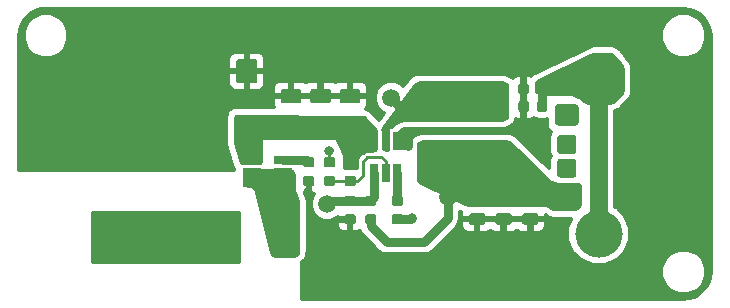
<source format=gbr>
G04 #@! TF.GenerationSoftware,KiCad,Pcbnew,5.0.2-bee76a0~70~ubuntu16.04.1*
G04 #@! TF.CreationDate,2019-02-21T23:56:22+01:00*
G04 #@! TF.ProjectId,24VDC_to_USB_voltage_converter,32345644-435f-4746-9f5f-5553425f766f,rev?*
G04 #@! TF.SameCoordinates,Original*
G04 #@! TF.FileFunction,Copper,L1,Top*
G04 #@! TF.FilePolarity,Positive*
%FSLAX46Y46*%
G04 Gerber Fmt 4.6, Leading zero omitted, Abs format (unit mm)*
G04 Created by KiCad (PCBNEW 5.0.2-bee76a0~70~ubuntu16.04.1) date Thu 21 Feb 2019 11:56:22 PM CET*
%MOMM*%
%LPD*%
G01*
G04 APERTURE LIST*
G04 #@! TA.AperFunction,SMDPad,CuDef*
%ADD10R,0.650000X1.560000*%
G04 #@! TD*
G04 #@! TA.AperFunction,Conductor*
%ADD11C,0.100000*%
G04 #@! TD*
G04 #@! TA.AperFunction,SMDPad,CuDef*
%ADD12C,0.875000*%
G04 #@! TD*
G04 #@! TA.AperFunction,SMDPad,CuDef*
%ADD13C,1.250000*%
G04 #@! TD*
G04 #@! TA.AperFunction,SMDPad,CuDef*
%ADD14R,7.500000X3.000000*%
G04 #@! TD*
G04 #@! TA.AperFunction,ComponentPad*
%ADD15C,4.000000*%
G04 #@! TD*
G04 #@! TA.AperFunction,ComponentPad*
%ADD16C,1.800000*%
G04 #@! TD*
G04 #@! TA.AperFunction,ComponentPad*
%ADD17C,1.600000*%
G04 #@! TD*
G04 #@! TA.AperFunction,SMDPad,CuDef*
%ADD18C,1.800000*%
G04 #@! TD*
G04 #@! TA.AperFunction,SMDPad,CuDef*
%ADD19C,2.200000*%
G04 #@! TD*
G04 #@! TA.AperFunction,SMDPad,CuDef*
%ADD20R,1.560000X0.650000*%
G04 #@! TD*
G04 #@! TA.AperFunction,SMDPad,CuDef*
%ADD21C,0.975000*%
G04 #@! TD*
G04 #@! TA.AperFunction,BGAPad,CuDef*
%ADD22C,1.500000*%
G04 #@! TD*
G04 #@! TA.AperFunction,ViaPad*
%ADD23C,0.800000*%
G04 #@! TD*
G04 #@! TA.AperFunction,Conductor*
%ADD24C,0.800000*%
G04 #@! TD*
G04 #@! TA.AperFunction,Conductor*
%ADD25C,0.250000*%
G04 #@! TD*
G04 #@! TA.AperFunction,Conductor*
%ADD26C,0.500000*%
G04 #@! TD*
G04 #@! TA.AperFunction,Conductor*
%ADD27C,1.500000*%
G04 #@! TD*
G04 #@! TA.AperFunction,Conductor*
%ADD28C,0.300000*%
G04 #@! TD*
G04 #@! TA.AperFunction,Conductor*
%ADD29C,0.254000*%
G04 #@! TD*
G04 APERTURE END LIST*
D10*
G04 #@! TO.P,U1,1*
G04 #@! TO.N,GND*
X137700000Y-86650000D03*
G04 #@! TO.P,U1,2*
G04 #@! TO.N,/SW*
X136750000Y-86650000D03*
G04 #@! TO.P,U1,3*
G04 #@! TO.N,/PR_INPUT*
X135800000Y-86650000D03*
G04 #@! TO.P,U1,4*
G04 #@! TO.N,/FB*
X135800000Y-89350000D03*
G04 #@! TO.P,U1,6*
G04 #@! TO.N,Net-(C4-Pad2)*
X137700000Y-89350000D03*
G04 #@! TO.P,U1,5*
G04 #@! TO.N,/EN*
X136750000Y-89350000D03*
G04 #@! TD*
D11*
G04 #@! TO.N,Net-(C4-Pad2)*
G04 #@! TO.C,C4*
G36*
X138027691Y-91276053D02*
X138048926Y-91279203D01*
X138069750Y-91284419D01*
X138089962Y-91291651D01*
X138109368Y-91300830D01*
X138127781Y-91311866D01*
X138145024Y-91324654D01*
X138160930Y-91339070D01*
X138175346Y-91354976D01*
X138188134Y-91372219D01*
X138199170Y-91390632D01*
X138208349Y-91410038D01*
X138215581Y-91430250D01*
X138220797Y-91451074D01*
X138223947Y-91472309D01*
X138225000Y-91493750D01*
X138225000Y-91931250D01*
X138223947Y-91952691D01*
X138220797Y-91973926D01*
X138215581Y-91994750D01*
X138208349Y-92014962D01*
X138199170Y-92034368D01*
X138188134Y-92052781D01*
X138175346Y-92070024D01*
X138160930Y-92085930D01*
X138145024Y-92100346D01*
X138127781Y-92113134D01*
X138109368Y-92124170D01*
X138089962Y-92133349D01*
X138069750Y-92140581D01*
X138048926Y-92145797D01*
X138027691Y-92148947D01*
X138006250Y-92150000D01*
X137493750Y-92150000D01*
X137472309Y-92148947D01*
X137451074Y-92145797D01*
X137430250Y-92140581D01*
X137410038Y-92133349D01*
X137390632Y-92124170D01*
X137372219Y-92113134D01*
X137354976Y-92100346D01*
X137339070Y-92085930D01*
X137324654Y-92070024D01*
X137311866Y-92052781D01*
X137300830Y-92034368D01*
X137291651Y-92014962D01*
X137284419Y-91994750D01*
X137279203Y-91973926D01*
X137276053Y-91952691D01*
X137275000Y-91931250D01*
X137275000Y-91493750D01*
X137276053Y-91472309D01*
X137279203Y-91451074D01*
X137284419Y-91430250D01*
X137291651Y-91410038D01*
X137300830Y-91390632D01*
X137311866Y-91372219D01*
X137324654Y-91354976D01*
X137339070Y-91339070D01*
X137354976Y-91324654D01*
X137372219Y-91311866D01*
X137390632Y-91300830D01*
X137410038Y-91291651D01*
X137430250Y-91284419D01*
X137451074Y-91279203D01*
X137472309Y-91276053D01*
X137493750Y-91275000D01*
X138006250Y-91275000D01*
X138027691Y-91276053D01*
X138027691Y-91276053D01*
G37*
D12*
G04 #@! TD*
G04 #@! TO.P,C4,2*
G04 #@! TO.N,Net-(C4-Pad2)*
X137750000Y-91712500D03*
D11*
G04 #@! TO.N,/SW*
G04 #@! TO.C,C4*
G36*
X138027691Y-92851053D02*
X138048926Y-92854203D01*
X138069750Y-92859419D01*
X138089962Y-92866651D01*
X138109368Y-92875830D01*
X138127781Y-92886866D01*
X138145024Y-92899654D01*
X138160930Y-92914070D01*
X138175346Y-92929976D01*
X138188134Y-92947219D01*
X138199170Y-92965632D01*
X138208349Y-92985038D01*
X138215581Y-93005250D01*
X138220797Y-93026074D01*
X138223947Y-93047309D01*
X138225000Y-93068750D01*
X138225000Y-93506250D01*
X138223947Y-93527691D01*
X138220797Y-93548926D01*
X138215581Y-93569750D01*
X138208349Y-93589962D01*
X138199170Y-93609368D01*
X138188134Y-93627781D01*
X138175346Y-93645024D01*
X138160930Y-93660930D01*
X138145024Y-93675346D01*
X138127781Y-93688134D01*
X138109368Y-93699170D01*
X138089962Y-93708349D01*
X138069750Y-93715581D01*
X138048926Y-93720797D01*
X138027691Y-93723947D01*
X138006250Y-93725000D01*
X137493750Y-93725000D01*
X137472309Y-93723947D01*
X137451074Y-93720797D01*
X137430250Y-93715581D01*
X137410038Y-93708349D01*
X137390632Y-93699170D01*
X137372219Y-93688134D01*
X137354976Y-93675346D01*
X137339070Y-93660930D01*
X137324654Y-93645024D01*
X137311866Y-93627781D01*
X137300830Y-93609368D01*
X137291651Y-93589962D01*
X137284419Y-93569750D01*
X137279203Y-93548926D01*
X137276053Y-93527691D01*
X137275000Y-93506250D01*
X137275000Y-93068750D01*
X137276053Y-93047309D01*
X137279203Y-93026074D01*
X137284419Y-93005250D01*
X137291651Y-92985038D01*
X137300830Y-92965632D01*
X137311866Y-92947219D01*
X137324654Y-92929976D01*
X137339070Y-92914070D01*
X137354976Y-92899654D01*
X137372219Y-92886866D01*
X137390632Y-92875830D01*
X137410038Y-92866651D01*
X137430250Y-92859419D01*
X137451074Y-92854203D01*
X137472309Y-92851053D01*
X137493750Y-92850000D01*
X138006250Y-92850000D01*
X138027691Y-92851053D01*
X138027691Y-92851053D01*
G37*
D12*
G04 #@! TD*
G04 #@! TO.P,C4,1*
G04 #@! TO.N,/SW*
X137750000Y-93287500D03*
D11*
G04 #@! TO.N,/SHIELD*
G04 #@! TO.C,C8*
G36*
X150244499Y-83257360D02*
X150265734Y-83260510D01*
X150286558Y-83265726D01*
X150306770Y-83272958D01*
X150326176Y-83282137D01*
X150344589Y-83293173D01*
X150361832Y-83305961D01*
X150377738Y-83320377D01*
X150392154Y-83336283D01*
X150404942Y-83353526D01*
X150415978Y-83371939D01*
X150425157Y-83391345D01*
X150432389Y-83411557D01*
X150437605Y-83432381D01*
X150440755Y-83453616D01*
X150441808Y-83475057D01*
X150441808Y-83987557D01*
X150440755Y-84008998D01*
X150437605Y-84030233D01*
X150432389Y-84051057D01*
X150425157Y-84071269D01*
X150415978Y-84090675D01*
X150404942Y-84109088D01*
X150392154Y-84126331D01*
X150377738Y-84142237D01*
X150361832Y-84156653D01*
X150344589Y-84169441D01*
X150326176Y-84180477D01*
X150306770Y-84189656D01*
X150286558Y-84196888D01*
X150265734Y-84202104D01*
X150244499Y-84205254D01*
X150223058Y-84206307D01*
X149785558Y-84206307D01*
X149764117Y-84205254D01*
X149742882Y-84202104D01*
X149722058Y-84196888D01*
X149701846Y-84189656D01*
X149682440Y-84180477D01*
X149664027Y-84169441D01*
X149646784Y-84156653D01*
X149630878Y-84142237D01*
X149616462Y-84126331D01*
X149603674Y-84109088D01*
X149592638Y-84090675D01*
X149583459Y-84071269D01*
X149576227Y-84051057D01*
X149571011Y-84030233D01*
X149567861Y-84008998D01*
X149566808Y-83987557D01*
X149566808Y-83475057D01*
X149567861Y-83453616D01*
X149571011Y-83432381D01*
X149576227Y-83411557D01*
X149583459Y-83391345D01*
X149592638Y-83371939D01*
X149603674Y-83353526D01*
X149616462Y-83336283D01*
X149630878Y-83320377D01*
X149646784Y-83305961D01*
X149664027Y-83293173D01*
X149682440Y-83282137D01*
X149701846Y-83272958D01*
X149722058Y-83265726D01*
X149742882Y-83260510D01*
X149764117Y-83257360D01*
X149785558Y-83256307D01*
X150223058Y-83256307D01*
X150244499Y-83257360D01*
X150244499Y-83257360D01*
G37*
D12*
G04 #@! TD*
G04 #@! TO.P,C8,1*
G04 #@! TO.N,/SHIELD*
X150004308Y-83731307D03*
D11*
G04 #@! TO.N,GND*
G04 #@! TO.C,C8*
G36*
X148669499Y-83257360D02*
X148690734Y-83260510D01*
X148711558Y-83265726D01*
X148731770Y-83272958D01*
X148751176Y-83282137D01*
X148769589Y-83293173D01*
X148786832Y-83305961D01*
X148802738Y-83320377D01*
X148817154Y-83336283D01*
X148829942Y-83353526D01*
X148840978Y-83371939D01*
X148850157Y-83391345D01*
X148857389Y-83411557D01*
X148862605Y-83432381D01*
X148865755Y-83453616D01*
X148866808Y-83475057D01*
X148866808Y-83987557D01*
X148865755Y-84008998D01*
X148862605Y-84030233D01*
X148857389Y-84051057D01*
X148850157Y-84071269D01*
X148840978Y-84090675D01*
X148829942Y-84109088D01*
X148817154Y-84126331D01*
X148802738Y-84142237D01*
X148786832Y-84156653D01*
X148769589Y-84169441D01*
X148751176Y-84180477D01*
X148731770Y-84189656D01*
X148711558Y-84196888D01*
X148690734Y-84202104D01*
X148669499Y-84205254D01*
X148648058Y-84206307D01*
X148210558Y-84206307D01*
X148189117Y-84205254D01*
X148167882Y-84202104D01*
X148147058Y-84196888D01*
X148126846Y-84189656D01*
X148107440Y-84180477D01*
X148089027Y-84169441D01*
X148071784Y-84156653D01*
X148055878Y-84142237D01*
X148041462Y-84126331D01*
X148028674Y-84109088D01*
X148017638Y-84090675D01*
X148008459Y-84071269D01*
X148001227Y-84051057D01*
X147996011Y-84030233D01*
X147992861Y-84008998D01*
X147991808Y-83987557D01*
X147991808Y-83475057D01*
X147992861Y-83453616D01*
X147996011Y-83432381D01*
X148001227Y-83411557D01*
X148008459Y-83391345D01*
X148017638Y-83371939D01*
X148028674Y-83353526D01*
X148041462Y-83336283D01*
X148055878Y-83320377D01*
X148071784Y-83305961D01*
X148089027Y-83293173D01*
X148107440Y-83282137D01*
X148126846Y-83272958D01*
X148147058Y-83265726D01*
X148167882Y-83260510D01*
X148189117Y-83257360D01*
X148210558Y-83256307D01*
X148648058Y-83256307D01*
X148669499Y-83257360D01*
X148669499Y-83257360D01*
G37*
D12*
G04 #@! TD*
G04 #@! TO.P,C8,2*
G04 #@! TO.N,GND*
X148429308Y-83731307D03*
D11*
G04 #@! TO.N,/PR_INPUT*
G04 #@! TO.C,C2*
G36*
X131899504Y-85026204D02*
X131923773Y-85029804D01*
X131947571Y-85035765D01*
X131970671Y-85044030D01*
X131992849Y-85054520D01*
X132013893Y-85067133D01*
X132033598Y-85081747D01*
X132051777Y-85098223D01*
X132068253Y-85116402D01*
X132082867Y-85136107D01*
X132095480Y-85157151D01*
X132105970Y-85179329D01*
X132114235Y-85202429D01*
X132120196Y-85226227D01*
X132123796Y-85250496D01*
X132125000Y-85275000D01*
X132125000Y-86025000D01*
X132123796Y-86049504D01*
X132120196Y-86073773D01*
X132114235Y-86097571D01*
X132105970Y-86120671D01*
X132095480Y-86142849D01*
X132082867Y-86163893D01*
X132068253Y-86183598D01*
X132051777Y-86201777D01*
X132033598Y-86218253D01*
X132013893Y-86232867D01*
X131992849Y-86245480D01*
X131970671Y-86255970D01*
X131947571Y-86264235D01*
X131923773Y-86270196D01*
X131899504Y-86273796D01*
X131875000Y-86275000D01*
X130625000Y-86275000D01*
X130600496Y-86273796D01*
X130576227Y-86270196D01*
X130552429Y-86264235D01*
X130529329Y-86255970D01*
X130507151Y-86245480D01*
X130486107Y-86232867D01*
X130466402Y-86218253D01*
X130448223Y-86201777D01*
X130431747Y-86183598D01*
X130417133Y-86163893D01*
X130404520Y-86142849D01*
X130394030Y-86120671D01*
X130385765Y-86097571D01*
X130379804Y-86073773D01*
X130376204Y-86049504D01*
X130375000Y-86025000D01*
X130375000Y-85275000D01*
X130376204Y-85250496D01*
X130379804Y-85226227D01*
X130385765Y-85202429D01*
X130394030Y-85179329D01*
X130404520Y-85157151D01*
X130417133Y-85136107D01*
X130431747Y-85116402D01*
X130448223Y-85098223D01*
X130466402Y-85081747D01*
X130486107Y-85067133D01*
X130507151Y-85054520D01*
X130529329Y-85044030D01*
X130552429Y-85035765D01*
X130576227Y-85029804D01*
X130600496Y-85026204D01*
X130625000Y-85025000D01*
X131875000Y-85025000D01*
X131899504Y-85026204D01*
X131899504Y-85026204D01*
G37*
D13*
G04 #@! TD*
G04 #@! TO.P,C2,1*
G04 #@! TO.N,/PR_INPUT*
X131250000Y-85650000D03*
D11*
G04 #@! TO.N,GND*
G04 #@! TO.C,C2*
G36*
X131899504Y-82226204D02*
X131923773Y-82229804D01*
X131947571Y-82235765D01*
X131970671Y-82244030D01*
X131992849Y-82254520D01*
X132013893Y-82267133D01*
X132033598Y-82281747D01*
X132051777Y-82298223D01*
X132068253Y-82316402D01*
X132082867Y-82336107D01*
X132095480Y-82357151D01*
X132105970Y-82379329D01*
X132114235Y-82402429D01*
X132120196Y-82426227D01*
X132123796Y-82450496D01*
X132125000Y-82475000D01*
X132125000Y-83225000D01*
X132123796Y-83249504D01*
X132120196Y-83273773D01*
X132114235Y-83297571D01*
X132105970Y-83320671D01*
X132095480Y-83342849D01*
X132082867Y-83363893D01*
X132068253Y-83383598D01*
X132051777Y-83401777D01*
X132033598Y-83418253D01*
X132013893Y-83432867D01*
X131992849Y-83445480D01*
X131970671Y-83455970D01*
X131947571Y-83464235D01*
X131923773Y-83470196D01*
X131899504Y-83473796D01*
X131875000Y-83475000D01*
X130625000Y-83475000D01*
X130600496Y-83473796D01*
X130576227Y-83470196D01*
X130552429Y-83464235D01*
X130529329Y-83455970D01*
X130507151Y-83445480D01*
X130486107Y-83432867D01*
X130466402Y-83418253D01*
X130448223Y-83401777D01*
X130431747Y-83383598D01*
X130417133Y-83363893D01*
X130404520Y-83342849D01*
X130394030Y-83320671D01*
X130385765Y-83297571D01*
X130379804Y-83273773D01*
X130376204Y-83249504D01*
X130375000Y-83225000D01*
X130375000Y-82475000D01*
X130376204Y-82450496D01*
X130379804Y-82426227D01*
X130385765Y-82402429D01*
X130394030Y-82379329D01*
X130404520Y-82357151D01*
X130417133Y-82336107D01*
X130431747Y-82316402D01*
X130448223Y-82298223D01*
X130466402Y-82281747D01*
X130486107Y-82267133D01*
X130507151Y-82254520D01*
X130529329Y-82244030D01*
X130552429Y-82235765D01*
X130576227Y-82229804D01*
X130600496Y-82226204D01*
X130625000Y-82225000D01*
X131875000Y-82225000D01*
X131899504Y-82226204D01*
X131899504Y-82226204D01*
G37*
D13*
G04 #@! TD*
G04 #@! TO.P,C2,2*
G04 #@! TO.N,GND*
X131250000Y-82850000D03*
D11*
G04 #@! TO.N,GND*
G04 #@! TO.C,C3*
G36*
X134399504Y-82226204D02*
X134423773Y-82229804D01*
X134447571Y-82235765D01*
X134470671Y-82244030D01*
X134492849Y-82254520D01*
X134513893Y-82267133D01*
X134533598Y-82281747D01*
X134551777Y-82298223D01*
X134568253Y-82316402D01*
X134582867Y-82336107D01*
X134595480Y-82357151D01*
X134605970Y-82379329D01*
X134614235Y-82402429D01*
X134620196Y-82426227D01*
X134623796Y-82450496D01*
X134625000Y-82475000D01*
X134625000Y-83225000D01*
X134623796Y-83249504D01*
X134620196Y-83273773D01*
X134614235Y-83297571D01*
X134605970Y-83320671D01*
X134595480Y-83342849D01*
X134582867Y-83363893D01*
X134568253Y-83383598D01*
X134551777Y-83401777D01*
X134533598Y-83418253D01*
X134513893Y-83432867D01*
X134492849Y-83445480D01*
X134470671Y-83455970D01*
X134447571Y-83464235D01*
X134423773Y-83470196D01*
X134399504Y-83473796D01*
X134375000Y-83475000D01*
X133125000Y-83475000D01*
X133100496Y-83473796D01*
X133076227Y-83470196D01*
X133052429Y-83464235D01*
X133029329Y-83455970D01*
X133007151Y-83445480D01*
X132986107Y-83432867D01*
X132966402Y-83418253D01*
X132948223Y-83401777D01*
X132931747Y-83383598D01*
X132917133Y-83363893D01*
X132904520Y-83342849D01*
X132894030Y-83320671D01*
X132885765Y-83297571D01*
X132879804Y-83273773D01*
X132876204Y-83249504D01*
X132875000Y-83225000D01*
X132875000Y-82475000D01*
X132876204Y-82450496D01*
X132879804Y-82426227D01*
X132885765Y-82402429D01*
X132894030Y-82379329D01*
X132904520Y-82357151D01*
X132917133Y-82336107D01*
X132931747Y-82316402D01*
X132948223Y-82298223D01*
X132966402Y-82281747D01*
X132986107Y-82267133D01*
X133007151Y-82254520D01*
X133029329Y-82244030D01*
X133052429Y-82235765D01*
X133076227Y-82229804D01*
X133100496Y-82226204D01*
X133125000Y-82225000D01*
X134375000Y-82225000D01*
X134399504Y-82226204D01*
X134399504Y-82226204D01*
G37*
D13*
G04 #@! TD*
G04 #@! TO.P,C3,2*
G04 #@! TO.N,GND*
X133750000Y-82850000D03*
D11*
G04 #@! TO.N,/PR_INPUT*
G04 #@! TO.C,C3*
G36*
X134399504Y-85026204D02*
X134423773Y-85029804D01*
X134447571Y-85035765D01*
X134470671Y-85044030D01*
X134492849Y-85054520D01*
X134513893Y-85067133D01*
X134533598Y-85081747D01*
X134551777Y-85098223D01*
X134568253Y-85116402D01*
X134582867Y-85136107D01*
X134595480Y-85157151D01*
X134605970Y-85179329D01*
X134614235Y-85202429D01*
X134620196Y-85226227D01*
X134623796Y-85250496D01*
X134625000Y-85275000D01*
X134625000Y-86025000D01*
X134623796Y-86049504D01*
X134620196Y-86073773D01*
X134614235Y-86097571D01*
X134605970Y-86120671D01*
X134595480Y-86142849D01*
X134582867Y-86163893D01*
X134568253Y-86183598D01*
X134551777Y-86201777D01*
X134533598Y-86218253D01*
X134513893Y-86232867D01*
X134492849Y-86245480D01*
X134470671Y-86255970D01*
X134447571Y-86264235D01*
X134423773Y-86270196D01*
X134399504Y-86273796D01*
X134375000Y-86275000D01*
X133125000Y-86275000D01*
X133100496Y-86273796D01*
X133076227Y-86270196D01*
X133052429Y-86264235D01*
X133029329Y-86255970D01*
X133007151Y-86245480D01*
X132986107Y-86232867D01*
X132966402Y-86218253D01*
X132948223Y-86201777D01*
X132931747Y-86183598D01*
X132917133Y-86163893D01*
X132904520Y-86142849D01*
X132894030Y-86120671D01*
X132885765Y-86097571D01*
X132879804Y-86073773D01*
X132876204Y-86049504D01*
X132875000Y-86025000D01*
X132875000Y-85275000D01*
X132876204Y-85250496D01*
X132879804Y-85226227D01*
X132885765Y-85202429D01*
X132894030Y-85179329D01*
X132904520Y-85157151D01*
X132917133Y-85136107D01*
X132931747Y-85116402D01*
X132948223Y-85098223D01*
X132966402Y-85081747D01*
X132986107Y-85067133D01*
X133007151Y-85054520D01*
X133029329Y-85044030D01*
X133052429Y-85035765D01*
X133076227Y-85029804D01*
X133100496Y-85026204D01*
X133125000Y-85025000D01*
X134375000Y-85025000D01*
X134399504Y-85026204D01*
X134399504Y-85026204D01*
G37*
D13*
G04 #@! TD*
G04 #@! TO.P,C3,1*
G04 #@! TO.N,/PR_INPUT*
X133750000Y-85650000D03*
D11*
G04 #@! TO.N,/PR_INPUT*
G04 #@! TO.C,C1*
G36*
X129399504Y-85026204D02*
X129423773Y-85029804D01*
X129447571Y-85035765D01*
X129470671Y-85044030D01*
X129492849Y-85054520D01*
X129513893Y-85067133D01*
X129533598Y-85081747D01*
X129551777Y-85098223D01*
X129568253Y-85116402D01*
X129582867Y-85136107D01*
X129595480Y-85157151D01*
X129605970Y-85179329D01*
X129614235Y-85202429D01*
X129620196Y-85226227D01*
X129623796Y-85250496D01*
X129625000Y-85275000D01*
X129625000Y-86025000D01*
X129623796Y-86049504D01*
X129620196Y-86073773D01*
X129614235Y-86097571D01*
X129605970Y-86120671D01*
X129595480Y-86142849D01*
X129582867Y-86163893D01*
X129568253Y-86183598D01*
X129551777Y-86201777D01*
X129533598Y-86218253D01*
X129513893Y-86232867D01*
X129492849Y-86245480D01*
X129470671Y-86255970D01*
X129447571Y-86264235D01*
X129423773Y-86270196D01*
X129399504Y-86273796D01*
X129375000Y-86275000D01*
X128125000Y-86275000D01*
X128100496Y-86273796D01*
X128076227Y-86270196D01*
X128052429Y-86264235D01*
X128029329Y-86255970D01*
X128007151Y-86245480D01*
X127986107Y-86232867D01*
X127966402Y-86218253D01*
X127948223Y-86201777D01*
X127931747Y-86183598D01*
X127917133Y-86163893D01*
X127904520Y-86142849D01*
X127894030Y-86120671D01*
X127885765Y-86097571D01*
X127879804Y-86073773D01*
X127876204Y-86049504D01*
X127875000Y-86025000D01*
X127875000Y-85275000D01*
X127876204Y-85250496D01*
X127879804Y-85226227D01*
X127885765Y-85202429D01*
X127894030Y-85179329D01*
X127904520Y-85157151D01*
X127917133Y-85136107D01*
X127931747Y-85116402D01*
X127948223Y-85098223D01*
X127966402Y-85081747D01*
X127986107Y-85067133D01*
X128007151Y-85054520D01*
X128029329Y-85044030D01*
X128052429Y-85035765D01*
X128076227Y-85029804D01*
X128100496Y-85026204D01*
X128125000Y-85025000D01*
X129375000Y-85025000D01*
X129399504Y-85026204D01*
X129399504Y-85026204D01*
G37*
D13*
G04 #@! TD*
G04 #@! TO.P,C1,1*
G04 #@! TO.N,/PR_INPUT*
X128750000Y-85650000D03*
D11*
G04 #@! TO.N,GND*
G04 #@! TO.C,C1*
G36*
X129399504Y-82226204D02*
X129423773Y-82229804D01*
X129447571Y-82235765D01*
X129470671Y-82244030D01*
X129492849Y-82254520D01*
X129513893Y-82267133D01*
X129533598Y-82281747D01*
X129551777Y-82298223D01*
X129568253Y-82316402D01*
X129582867Y-82336107D01*
X129595480Y-82357151D01*
X129605970Y-82379329D01*
X129614235Y-82402429D01*
X129620196Y-82426227D01*
X129623796Y-82450496D01*
X129625000Y-82475000D01*
X129625000Y-83225000D01*
X129623796Y-83249504D01*
X129620196Y-83273773D01*
X129614235Y-83297571D01*
X129605970Y-83320671D01*
X129595480Y-83342849D01*
X129582867Y-83363893D01*
X129568253Y-83383598D01*
X129551777Y-83401777D01*
X129533598Y-83418253D01*
X129513893Y-83432867D01*
X129492849Y-83445480D01*
X129470671Y-83455970D01*
X129447571Y-83464235D01*
X129423773Y-83470196D01*
X129399504Y-83473796D01*
X129375000Y-83475000D01*
X128125000Y-83475000D01*
X128100496Y-83473796D01*
X128076227Y-83470196D01*
X128052429Y-83464235D01*
X128029329Y-83455970D01*
X128007151Y-83445480D01*
X127986107Y-83432867D01*
X127966402Y-83418253D01*
X127948223Y-83401777D01*
X127931747Y-83383598D01*
X127917133Y-83363893D01*
X127904520Y-83342849D01*
X127894030Y-83320671D01*
X127885765Y-83297571D01*
X127879804Y-83273773D01*
X127876204Y-83249504D01*
X127875000Y-83225000D01*
X127875000Y-82475000D01*
X127876204Y-82450496D01*
X127879804Y-82426227D01*
X127885765Y-82402429D01*
X127894030Y-82379329D01*
X127904520Y-82357151D01*
X127917133Y-82336107D01*
X127931747Y-82316402D01*
X127948223Y-82298223D01*
X127966402Y-82281747D01*
X127986107Y-82267133D01*
X128007151Y-82254520D01*
X128029329Y-82244030D01*
X128052429Y-82235765D01*
X128076227Y-82229804D01*
X128100496Y-82226204D01*
X128125000Y-82225000D01*
X129375000Y-82225000D01*
X129399504Y-82226204D01*
X129399504Y-82226204D01*
G37*
D13*
G04 #@! TD*
G04 #@! TO.P,C1,2*
G04 #@! TO.N,GND*
X128750000Y-82850000D03*
D14*
G04 #@! TO.P,L1,1*
G04 #@! TO.N,/VBUS*
X143250000Y-88250000D03*
G04 #@! TO.P,L1,2*
G04 #@! TO.N,/SW*
X143250000Y-83250000D03*
G04 #@! TD*
D15*
G04 #@! TO.P,J2,5*
G04 #@! TO.N,/SHIELD*
X154800000Y-94520000D03*
X154800000Y-81380000D03*
D11*
G04 #@! TD*
G04 #@! TO.N,/VBUS*
G04 #@! TO.C,J2*
G36*
X152846465Y-90551300D02*
X152872674Y-90555188D01*
X152898377Y-90561626D01*
X152923325Y-90570553D01*
X152947277Y-90581881D01*
X152970004Y-90595503D01*
X152991286Y-90611287D01*
X153010919Y-90629081D01*
X153028713Y-90648714D01*
X153044497Y-90669996D01*
X153058119Y-90692723D01*
X153069447Y-90716675D01*
X153078374Y-90741623D01*
X153084812Y-90767326D01*
X153088700Y-90793535D01*
X153090000Y-90820000D01*
X153090000Y-92080000D01*
X153088700Y-92106465D01*
X153084812Y-92132674D01*
X153078374Y-92158377D01*
X153069447Y-92183325D01*
X153058119Y-92207277D01*
X153044497Y-92230004D01*
X153028713Y-92251286D01*
X153010919Y-92270919D01*
X152991286Y-92288713D01*
X152970004Y-92304497D01*
X152947277Y-92318119D01*
X152923325Y-92329447D01*
X152898377Y-92338374D01*
X152872674Y-92344812D01*
X152846465Y-92348700D01*
X152820000Y-92350000D01*
X151360000Y-92350000D01*
X151333535Y-92348700D01*
X151307326Y-92344812D01*
X151281623Y-92338374D01*
X151256675Y-92329447D01*
X151232723Y-92318119D01*
X151209996Y-92304497D01*
X151188714Y-92288713D01*
X151169081Y-92270919D01*
X151151287Y-92251286D01*
X151135503Y-92230004D01*
X151121881Y-92207277D01*
X151110553Y-92183325D01*
X151101626Y-92158377D01*
X151095188Y-92132674D01*
X151091300Y-92106465D01*
X151090000Y-92080000D01*
X151090000Y-90820000D01*
X151091300Y-90793535D01*
X151095188Y-90767326D01*
X151101626Y-90741623D01*
X151110553Y-90716675D01*
X151121881Y-90692723D01*
X151135503Y-90669996D01*
X151151287Y-90648714D01*
X151169081Y-90629081D01*
X151188714Y-90611287D01*
X151209996Y-90595503D01*
X151232723Y-90581881D01*
X151256675Y-90570553D01*
X151281623Y-90561626D01*
X151307326Y-90555188D01*
X151333535Y-90551300D01*
X151360000Y-90550000D01*
X152820000Y-90550000D01*
X152846465Y-90551300D01*
X152846465Y-90551300D01*
G37*
D16*
G04 #@! TO.P,J2,1*
G04 #@! TO.N,/VBUS*
X152090000Y-91450000D03*
D11*
G04 #@! TD*
G04 #@! TO.N,Net-(J2-Pad2)*
G04 #@! TO.C,J2*
G36*
X152673524Y-88151156D02*
X152696822Y-88154612D01*
X152719668Y-88160334D01*
X152741844Y-88168269D01*
X152763135Y-88178339D01*
X152783337Y-88190447D01*
X152802254Y-88204477D01*
X152819706Y-88220294D01*
X152835523Y-88237746D01*
X152849553Y-88256663D01*
X152861661Y-88276865D01*
X152871731Y-88298156D01*
X152879666Y-88320332D01*
X152885388Y-88343178D01*
X152888844Y-88366476D01*
X152890000Y-88390000D01*
X152890000Y-89510000D01*
X152888844Y-89533524D01*
X152885388Y-89556822D01*
X152879666Y-89579668D01*
X152871731Y-89601844D01*
X152861661Y-89623135D01*
X152849553Y-89643337D01*
X152835523Y-89662254D01*
X152819706Y-89679706D01*
X152802254Y-89695523D01*
X152783337Y-89709553D01*
X152763135Y-89721661D01*
X152741844Y-89731731D01*
X152719668Y-89739666D01*
X152696822Y-89745388D01*
X152673524Y-89748844D01*
X152650000Y-89750000D01*
X151530000Y-89750000D01*
X151506476Y-89748844D01*
X151483178Y-89745388D01*
X151460332Y-89739666D01*
X151438156Y-89731731D01*
X151416865Y-89721661D01*
X151396663Y-89709553D01*
X151377746Y-89695523D01*
X151360294Y-89679706D01*
X151344477Y-89662254D01*
X151330447Y-89643337D01*
X151318339Y-89623135D01*
X151308269Y-89601844D01*
X151300334Y-89579668D01*
X151294612Y-89556822D01*
X151291156Y-89533524D01*
X151290000Y-89510000D01*
X151290000Y-88390000D01*
X151291156Y-88366476D01*
X151294612Y-88343178D01*
X151300334Y-88320332D01*
X151308269Y-88298156D01*
X151318339Y-88276865D01*
X151330447Y-88256663D01*
X151344477Y-88237746D01*
X151360294Y-88220294D01*
X151377746Y-88204477D01*
X151396663Y-88190447D01*
X151416865Y-88178339D01*
X151438156Y-88168269D01*
X151460332Y-88160334D01*
X151483178Y-88154612D01*
X151506476Y-88151156D01*
X151530000Y-88150000D01*
X152650000Y-88150000D01*
X152673524Y-88151156D01*
X152673524Y-88151156D01*
G37*
D17*
G04 #@! TO.P,J2,2*
G04 #@! TO.N,Net-(J2-Pad2)*
X152090000Y-88950000D03*
D11*
G04 #@! TD*
G04 #@! TO.N,Net-(J2-Pad3)*
G04 #@! TO.C,J2*
G36*
X152673524Y-86151156D02*
X152696822Y-86154612D01*
X152719668Y-86160334D01*
X152741844Y-86168269D01*
X152763135Y-86178339D01*
X152783337Y-86190447D01*
X152802254Y-86204477D01*
X152819706Y-86220294D01*
X152835523Y-86237746D01*
X152849553Y-86256663D01*
X152861661Y-86276865D01*
X152871731Y-86298156D01*
X152879666Y-86320332D01*
X152885388Y-86343178D01*
X152888844Y-86366476D01*
X152890000Y-86390000D01*
X152890000Y-87510000D01*
X152888844Y-87533524D01*
X152885388Y-87556822D01*
X152879666Y-87579668D01*
X152871731Y-87601844D01*
X152861661Y-87623135D01*
X152849553Y-87643337D01*
X152835523Y-87662254D01*
X152819706Y-87679706D01*
X152802254Y-87695523D01*
X152783337Y-87709553D01*
X152763135Y-87721661D01*
X152741844Y-87731731D01*
X152719668Y-87739666D01*
X152696822Y-87745388D01*
X152673524Y-87748844D01*
X152650000Y-87750000D01*
X151530000Y-87750000D01*
X151506476Y-87748844D01*
X151483178Y-87745388D01*
X151460332Y-87739666D01*
X151438156Y-87731731D01*
X151416865Y-87721661D01*
X151396663Y-87709553D01*
X151377746Y-87695523D01*
X151360294Y-87679706D01*
X151344477Y-87662254D01*
X151330447Y-87643337D01*
X151318339Y-87623135D01*
X151308269Y-87601844D01*
X151300334Y-87579668D01*
X151294612Y-87556822D01*
X151291156Y-87533524D01*
X151290000Y-87510000D01*
X151290000Y-86390000D01*
X151291156Y-86366476D01*
X151294612Y-86343178D01*
X151300334Y-86320332D01*
X151308269Y-86298156D01*
X151318339Y-86276865D01*
X151330447Y-86256663D01*
X151344477Y-86237746D01*
X151360294Y-86220294D01*
X151377746Y-86204477D01*
X151396663Y-86190447D01*
X151416865Y-86178339D01*
X151438156Y-86168269D01*
X151460332Y-86160334D01*
X151483178Y-86154612D01*
X151506476Y-86151156D01*
X151530000Y-86150000D01*
X152650000Y-86150000D01*
X152673524Y-86151156D01*
X152673524Y-86151156D01*
G37*
D17*
G04 #@! TO.P,J2,3*
G04 #@! TO.N,Net-(J2-Pad3)*
X152090000Y-86950000D03*
D11*
G04 #@! TD*
G04 #@! TO.N,GND*
G04 #@! TO.C,J2*
G36*
X152846465Y-83551300D02*
X152872674Y-83555188D01*
X152898377Y-83561626D01*
X152923325Y-83570553D01*
X152947277Y-83581881D01*
X152970004Y-83595503D01*
X152991286Y-83611287D01*
X153010919Y-83629081D01*
X153028713Y-83648714D01*
X153044497Y-83669996D01*
X153058119Y-83692723D01*
X153069447Y-83716675D01*
X153078374Y-83741623D01*
X153084812Y-83767326D01*
X153088700Y-83793535D01*
X153090000Y-83820000D01*
X153090000Y-85080000D01*
X153088700Y-85106465D01*
X153084812Y-85132674D01*
X153078374Y-85158377D01*
X153069447Y-85183325D01*
X153058119Y-85207277D01*
X153044497Y-85230004D01*
X153028713Y-85251286D01*
X153010919Y-85270919D01*
X152991286Y-85288713D01*
X152970004Y-85304497D01*
X152947277Y-85318119D01*
X152923325Y-85329447D01*
X152898377Y-85338374D01*
X152872674Y-85344812D01*
X152846465Y-85348700D01*
X152820000Y-85350000D01*
X151360000Y-85350000D01*
X151333535Y-85348700D01*
X151307326Y-85344812D01*
X151281623Y-85338374D01*
X151256675Y-85329447D01*
X151232723Y-85318119D01*
X151209996Y-85304497D01*
X151188714Y-85288713D01*
X151169081Y-85270919D01*
X151151287Y-85251286D01*
X151135503Y-85230004D01*
X151121881Y-85207277D01*
X151110553Y-85183325D01*
X151101626Y-85158377D01*
X151095188Y-85132674D01*
X151091300Y-85106465D01*
X151090000Y-85080000D01*
X151090000Y-83820000D01*
X151091300Y-83793535D01*
X151095188Y-83767326D01*
X151101626Y-83741623D01*
X151110553Y-83716675D01*
X151121881Y-83692723D01*
X151135503Y-83669996D01*
X151151287Y-83648714D01*
X151169081Y-83629081D01*
X151188714Y-83611287D01*
X151209996Y-83595503D01*
X151232723Y-83581881D01*
X151256675Y-83570553D01*
X151281623Y-83561626D01*
X151307326Y-83555188D01*
X151333535Y-83551300D01*
X151360000Y-83550000D01*
X152820000Y-83550000D01*
X152846465Y-83551300D01*
X152846465Y-83551300D01*
G37*
D16*
G04 #@! TO.P,J2,4*
G04 #@! TO.N,GND*
X152090000Y-84450000D03*
G04 #@! TD*
D11*
G04 #@! TO.N,/PR_INPUT*
G04 #@! TO.C,D1*
G36*
X125737643Y-84550867D02*
X125755116Y-84553459D01*
X125772251Y-84557751D01*
X125788883Y-84563702D01*
X125804851Y-84571254D01*
X125820003Y-84580335D01*
X125834191Y-84590858D01*
X125847279Y-84602721D01*
X125859142Y-84615809D01*
X125869665Y-84629997D01*
X125878746Y-84645149D01*
X125886298Y-84661117D01*
X125892249Y-84677749D01*
X125896541Y-84694884D01*
X125899133Y-84712357D01*
X125900000Y-84730000D01*
X125900000Y-86370000D01*
X125899133Y-86387643D01*
X125896541Y-86405116D01*
X125892249Y-86422251D01*
X125886298Y-86438883D01*
X125878746Y-86454851D01*
X125869665Y-86470003D01*
X125859142Y-86484191D01*
X125847279Y-86497279D01*
X125834191Y-86509142D01*
X125820003Y-86519665D01*
X125804851Y-86528746D01*
X125788883Y-86536298D01*
X125772251Y-86542249D01*
X125755116Y-86546541D01*
X125737643Y-86549133D01*
X125720000Y-86550000D01*
X124280000Y-86550000D01*
X124262357Y-86549133D01*
X124244884Y-86546541D01*
X124227749Y-86542249D01*
X124211117Y-86536298D01*
X124195149Y-86528746D01*
X124179997Y-86519665D01*
X124165809Y-86509142D01*
X124152721Y-86497279D01*
X124140858Y-86484191D01*
X124130335Y-86470003D01*
X124121254Y-86454851D01*
X124113702Y-86438883D01*
X124107751Y-86422251D01*
X124103459Y-86405116D01*
X124100867Y-86387643D01*
X124100000Y-86370000D01*
X124100000Y-84730000D01*
X124100867Y-84712357D01*
X124103459Y-84694884D01*
X124107751Y-84677749D01*
X124113702Y-84661117D01*
X124121254Y-84645149D01*
X124130335Y-84629997D01*
X124140858Y-84615809D01*
X124152721Y-84602721D01*
X124165809Y-84590858D01*
X124179997Y-84580335D01*
X124195149Y-84571254D01*
X124211117Y-84563702D01*
X124227749Y-84557751D01*
X124244884Y-84553459D01*
X124262357Y-84550867D01*
X124280000Y-84550000D01*
X125720000Y-84550000D01*
X125737643Y-84550867D01*
X125737643Y-84550867D01*
G37*
D18*
G04 #@! TD*
G04 #@! TO.P,D1,1*
G04 #@! TO.N,/PR_INPUT*
X125000000Y-85550000D03*
D11*
G04 #@! TO.N,GND*
G04 #@! TO.C,D1*
G36*
X125737643Y-79750867D02*
X125755116Y-79753459D01*
X125772251Y-79757751D01*
X125788883Y-79763702D01*
X125804851Y-79771254D01*
X125820003Y-79780335D01*
X125834191Y-79790858D01*
X125847279Y-79802721D01*
X125859142Y-79815809D01*
X125869665Y-79829997D01*
X125878746Y-79845149D01*
X125886298Y-79861117D01*
X125892249Y-79877749D01*
X125896541Y-79894884D01*
X125899133Y-79912357D01*
X125900000Y-79930000D01*
X125900000Y-81570000D01*
X125899133Y-81587643D01*
X125896541Y-81605116D01*
X125892249Y-81622251D01*
X125886298Y-81638883D01*
X125878746Y-81654851D01*
X125869665Y-81670003D01*
X125859142Y-81684191D01*
X125847279Y-81697279D01*
X125834191Y-81709142D01*
X125820003Y-81719665D01*
X125804851Y-81728746D01*
X125788883Y-81736298D01*
X125772251Y-81742249D01*
X125755116Y-81746541D01*
X125737643Y-81749133D01*
X125720000Y-81750000D01*
X124280000Y-81750000D01*
X124262357Y-81749133D01*
X124244884Y-81746541D01*
X124227749Y-81742249D01*
X124211117Y-81736298D01*
X124195149Y-81728746D01*
X124179997Y-81719665D01*
X124165809Y-81709142D01*
X124152721Y-81697279D01*
X124140858Y-81684191D01*
X124130335Y-81670003D01*
X124121254Y-81654851D01*
X124113702Y-81638883D01*
X124107751Y-81622251D01*
X124103459Y-81605116D01*
X124100867Y-81587643D01*
X124100000Y-81570000D01*
X124100000Y-79930000D01*
X124100867Y-79912357D01*
X124103459Y-79894884D01*
X124107751Y-79877749D01*
X124113702Y-79861117D01*
X124121254Y-79845149D01*
X124130335Y-79829997D01*
X124140858Y-79815809D01*
X124152721Y-79802721D01*
X124165809Y-79790858D01*
X124179997Y-79780335D01*
X124195149Y-79771254D01*
X124211117Y-79763702D01*
X124227749Y-79757751D01*
X124244884Y-79753459D01*
X124262357Y-79750867D01*
X124280000Y-79750000D01*
X125720000Y-79750000D01*
X125737643Y-79750867D01*
X125737643Y-79750867D01*
G37*
D18*
G04 #@! TD*
G04 #@! TO.P,D1,2*
G04 #@! TO.N,GND*
X125000000Y-80750000D03*
D11*
G04 #@! TO.N,+24V*
G04 #@! TO.C,F1*
G36*
X123603909Y-93152648D02*
X123657300Y-93160568D01*
X123709657Y-93173683D01*
X123760476Y-93191866D01*
X123809268Y-93214943D01*
X123855564Y-93242692D01*
X123898916Y-93274844D01*
X123938909Y-93311091D01*
X123975156Y-93351084D01*
X124007308Y-93394436D01*
X124035057Y-93440732D01*
X124058134Y-93489524D01*
X124076317Y-93540343D01*
X124089432Y-93592700D01*
X124097352Y-93646091D01*
X124100000Y-93700000D01*
X124100000Y-95800000D01*
X124097352Y-95853909D01*
X124089432Y-95907300D01*
X124076317Y-95959657D01*
X124058134Y-96010476D01*
X124035057Y-96059268D01*
X124007308Y-96105564D01*
X123975156Y-96148916D01*
X123938909Y-96188909D01*
X123898916Y-96225156D01*
X123855564Y-96257308D01*
X123809268Y-96285057D01*
X123760476Y-96308134D01*
X123709657Y-96326317D01*
X123657300Y-96339432D01*
X123603909Y-96347352D01*
X123550000Y-96350000D01*
X122450000Y-96350000D01*
X122396091Y-96347352D01*
X122342700Y-96339432D01*
X122290343Y-96326317D01*
X122239524Y-96308134D01*
X122190732Y-96285057D01*
X122144436Y-96257308D01*
X122101084Y-96225156D01*
X122061091Y-96188909D01*
X122024844Y-96148916D01*
X121992692Y-96105564D01*
X121964943Y-96059268D01*
X121941866Y-96010476D01*
X121923683Y-95959657D01*
X121910568Y-95907300D01*
X121902648Y-95853909D01*
X121900000Y-95800000D01*
X121900000Y-93700000D01*
X121902648Y-93646091D01*
X121910568Y-93592700D01*
X121923683Y-93540343D01*
X121941866Y-93489524D01*
X121964943Y-93440732D01*
X121992692Y-93394436D01*
X122024844Y-93351084D01*
X122061091Y-93311091D01*
X122101084Y-93274844D01*
X122144436Y-93242692D01*
X122190732Y-93214943D01*
X122239524Y-93191866D01*
X122290343Y-93173683D01*
X122342700Y-93160568D01*
X122396091Y-93152648D01*
X122450000Y-93150000D01*
X123550000Y-93150000D01*
X123603909Y-93152648D01*
X123603909Y-93152648D01*
G37*
D19*
G04 #@! TD*
G04 #@! TO.P,F1,1*
G04 #@! TO.N,+24V*
X123000000Y-94750000D03*
D11*
G04 #@! TO.N,/FUSED*
G04 #@! TO.C,F1*
G36*
X128753909Y-93152648D02*
X128807300Y-93160568D01*
X128859657Y-93173683D01*
X128910476Y-93191866D01*
X128959268Y-93214943D01*
X129005564Y-93242692D01*
X129048916Y-93274844D01*
X129088909Y-93311091D01*
X129125156Y-93351084D01*
X129157308Y-93394436D01*
X129185057Y-93440732D01*
X129208134Y-93489524D01*
X129226317Y-93540343D01*
X129239432Y-93592700D01*
X129247352Y-93646091D01*
X129250000Y-93700000D01*
X129250000Y-95800000D01*
X129247352Y-95853909D01*
X129239432Y-95907300D01*
X129226317Y-95959657D01*
X129208134Y-96010476D01*
X129185057Y-96059268D01*
X129157308Y-96105564D01*
X129125156Y-96148916D01*
X129088909Y-96188909D01*
X129048916Y-96225156D01*
X129005564Y-96257308D01*
X128959268Y-96285057D01*
X128910476Y-96308134D01*
X128859657Y-96326317D01*
X128807300Y-96339432D01*
X128753909Y-96347352D01*
X128700000Y-96350000D01*
X127600000Y-96350000D01*
X127546091Y-96347352D01*
X127492700Y-96339432D01*
X127440343Y-96326317D01*
X127389524Y-96308134D01*
X127340732Y-96285057D01*
X127294436Y-96257308D01*
X127251084Y-96225156D01*
X127211091Y-96188909D01*
X127174844Y-96148916D01*
X127142692Y-96105564D01*
X127114943Y-96059268D01*
X127091866Y-96010476D01*
X127073683Y-95959657D01*
X127060568Y-95907300D01*
X127052648Y-95853909D01*
X127050000Y-95800000D01*
X127050000Y-93700000D01*
X127052648Y-93646091D01*
X127060568Y-93592700D01*
X127073683Y-93540343D01*
X127091866Y-93489524D01*
X127114943Y-93440732D01*
X127142692Y-93394436D01*
X127174844Y-93351084D01*
X127211091Y-93311091D01*
X127251084Y-93274844D01*
X127294436Y-93242692D01*
X127340732Y-93214943D01*
X127389524Y-93191866D01*
X127440343Y-93173683D01*
X127492700Y-93160568D01*
X127546091Y-93152648D01*
X127600000Y-93150000D01*
X128700000Y-93150000D01*
X128753909Y-93152648D01*
X128753909Y-93152648D01*
G37*
D19*
G04 #@! TD*
G04 #@! TO.P,F1,2*
G04 #@! TO.N,/FUSED*
X128150000Y-94750000D03*
D11*
G04 #@! TO.N,+24V*
G04 #@! TO.C,J1*
G36*
X115639207Y-92751926D02*
X115678036Y-92757686D01*
X115716114Y-92767224D01*
X115753073Y-92780448D01*
X115788559Y-92797231D01*
X115822228Y-92817412D01*
X115853757Y-92840796D01*
X115882843Y-92867157D01*
X115909204Y-92896243D01*
X115932588Y-92927772D01*
X115952769Y-92961441D01*
X115969552Y-92996927D01*
X115982776Y-93033886D01*
X115992314Y-93071964D01*
X115998074Y-93110793D01*
X116000000Y-93150000D01*
X116000000Y-96350000D01*
X115998074Y-96389207D01*
X115992314Y-96428036D01*
X115982776Y-96466114D01*
X115969552Y-96503073D01*
X115952769Y-96538559D01*
X115932588Y-96572228D01*
X115909204Y-96603757D01*
X115882843Y-96632843D01*
X115853757Y-96659204D01*
X115822228Y-96682588D01*
X115788559Y-96702769D01*
X115753073Y-96719552D01*
X115716114Y-96732776D01*
X115678036Y-96742314D01*
X115639207Y-96748074D01*
X115600000Y-96750000D01*
X112400000Y-96750000D01*
X112360793Y-96748074D01*
X112321964Y-96742314D01*
X112283886Y-96732776D01*
X112246927Y-96719552D01*
X112211441Y-96702769D01*
X112177772Y-96682588D01*
X112146243Y-96659204D01*
X112117157Y-96632843D01*
X112090796Y-96603757D01*
X112067412Y-96572228D01*
X112047231Y-96538559D01*
X112030448Y-96503073D01*
X112017224Y-96466114D01*
X112007686Y-96428036D01*
X112001926Y-96389207D01*
X112000000Y-96350000D01*
X112000000Y-93150000D01*
X112001926Y-93110793D01*
X112007686Y-93071964D01*
X112017224Y-93033886D01*
X112030448Y-92996927D01*
X112047231Y-92961441D01*
X112067412Y-92927772D01*
X112090796Y-92896243D01*
X112117157Y-92867157D01*
X112146243Y-92840796D01*
X112177772Y-92817412D01*
X112211441Y-92797231D01*
X112246927Y-92780448D01*
X112283886Y-92767224D01*
X112321964Y-92757686D01*
X112360793Y-92751926D01*
X112400000Y-92750000D01*
X115600000Y-92750000D01*
X115639207Y-92751926D01*
X115639207Y-92751926D01*
G37*
D15*
G04 #@! TD*
G04 #@! TO.P,J1,2*
G04 #@! TO.N,+24V*
X114000000Y-94750000D03*
D11*
G04 #@! TO.N,+24V*
G04 #@! TO.C,J1*
G36*
X120639207Y-92751926D02*
X120678036Y-92757686D01*
X120716114Y-92767224D01*
X120753073Y-92780448D01*
X120788559Y-92797231D01*
X120822228Y-92817412D01*
X120853757Y-92840796D01*
X120882843Y-92867157D01*
X120909204Y-92896243D01*
X120932588Y-92927772D01*
X120952769Y-92961441D01*
X120969552Y-92996927D01*
X120982776Y-93033886D01*
X120992314Y-93071964D01*
X120998074Y-93110793D01*
X121000000Y-93150000D01*
X121000000Y-96350000D01*
X120998074Y-96389207D01*
X120992314Y-96428036D01*
X120982776Y-96466114D01*
X120969552Y-96503073D01*
X120952769Y-96538559D01*
X120932588Y-96572228D01*
X120909204Y-96603757D01*
X120882843Y-96632843D01*
X120853757Y-96659204D01*
X120822228Y-96682588D01*
X120788559Y-96702769D01*
X120753073Y-96719552D01*
X120716114Y-96732776D01*
X120678036Y-96742314D01*
X120639207Y-96748074D01*
X120600000Y-96750000D01*
X117400000Y-96750000D01*
X117360793Y-96748074D01*
X117321964Y-96742314D01*
X117283886Y-96732776D01*
X117246927Y-96719552D01*
X117211441Y-96702769D01*
X117177772Y-96682588D01*
X117146243Y-96659204D01*
X117117157Y-96632843D01*
X117090796Y-96603757D01*
X117067412Y-96572228D01*
X117047231Y-96538559D01*
X117030448Y-96503073D01*
X117017224Y-96466114D01*
X117007686Y-96428036D01*
X117001926Y-96389207D01*
X117000000Y-96350000D01*
X117000000Y-93150000D01*
X117001926Y-93110793D01*
X117007686Y-93071964D01*
X117017224Y-93033886D01*
X117030448Y-92996927D01*
X117047231Y-92961441D01*
X117067412Y-92927772D01*
X117090796Y-92896243D01*
X117117157Y-92867157D01*
X117146243Y-92840796D01*
X117177772Y-92817412D01*
X117211441Y-92797231D01*
X117246927Y-92780448D01*
X117283886Y-92767224D01*
X117321964Y-92757686D01*
X117360793Y-92751926D01*
X117400000Y-92750000D01*
X120600000Y-92750000D01*
X120639207Y-92751926D01*
X120639207Y-92751926D01*
G37*
D15*
G04 #@! TD*
G04 #@! TO.P,J1,1*
G04 #@! TO.N,+24V*
X119000000Y-94750000D03*
D11*
G04 #@! TO.N,GND*
G04 #@! TO.C,J3*
G36*
X120639207Y-78751926D02*
X120678036Y-78757686D01*
X120716114Y-78767224D01*
X120753073Y-78780448D01*
X120788559Y-78797231D01*
X120822228Y-78817412D01*
X120853757Y-78840796D01*
X120882843Y-78867157D01*
X120909204Y-78896243D01*
X120932588Y-78927772D01*
X120952769Y-78961441D01*
X120969552Y-78996927D01*
X120982776Y-79033886D01*
X120992314Y-79071964D01*
X120998074Y-79110793D01*
X121000000Y-79150000D01*
X121000000Y-82350000D01*
X120998074Y-82389207D01*
X120992314Y-82428036D01*
X120982776Y-82466114D01*
X120969552Y-82503073D01*
X120952769Y-82538559D01*
X120932588Y-82572228D01*
X120909204Y-82603757D01*
X120882843Y-82632843D01*
X120853757Y-82659204D01*
X120822228Y-82682588D01*
X120788559Y-82702769D01*
X120753073Y-82719552D01*
X120716114Y-82732776D01*
X120678036Y-82742314D01*
X120639207Y-82748074D01*
X120600000Y-82750000D01*
X117400000Y-82750000D01*
X117360793Y-82748074D01*
X117321964Y-82742314D01*
X117283886Y-82732776D01*
X117246927Y-82719552D01*
X117211441Y-82702769D01*
X117177772Y-82682588D01*
X117146243Y-82659204D01*
X117117157Y-82632843D01*
X117090796Y-82603757D01*
X117067412Y-82572228D01*
X117047231Y-82538559D01*
X117030448Y-82503073D01*
X117017224Y-82466114D01*
X117007686Y-82428036D01*
X117001926Y-82389207D01*
X117000000Y-82350000D01*
X117000000Y-79150000D01*
X117001926Y-79110793D01*
X117007686Y-79071964D01*
X117017224Y-79033886D01*
X117030448Y-78996927D01*
X117047231Y-78961441D01*
X117067412Y-78927772D01*
X117090796Y-78896243D01*
X117117157Y-78867157D01*
X117146243Y-78840796D01*
X117177772Y-78817412D01*
X117211441Y-78797231D01*
X117246927Y-78780448D01*
X117283886Y-78767224D01*
X117321964Y-78757686D01*
X117360793Y-78751926D01*
X117400000Y-78750000D01*
X120600000Y-78750000D01*
X120639207Y-78751926D01*
X120639207Y-78751926D01*
G37*
D15*
G04 #@! TD*
G04 #@! TO.P,J3,1*
G04 #@! TO.N,GND*
X119000000Y-80750000D03*
D11*
G04 #@! TO.N,GND*
G04 #@! TO.C,J3*
G36*
X115639207Y-78751926D02*
X115678036Y-78757686D01*
X115716114Y-78767224D01*
X115753073Y-78780448D01*
X115788559Y-78797231D01*
X115822228Y-78817412D01*
X115853757Y-78840796D01*
X115882843Y-78867157D01*
X115909204Y-78896243D01*
X115932588Y-78927772D01*
X115952769Y-78961441D01*
X115969552Y-78996927D01*
X115982776Y-79033886D01*
X115992314Y-79071964D01*
X115998074Y-79110793D01*
X116000000Y-79150000D01*
X116000000Y-82350000D01*
X115998074Y-82389207D01*
X115992314Y-82428036D01*
X115982776Y-82466114D01*
X115969552Y-82503073D01*
X115952769Y-82538559D01*
X115932588Y-82572228D01*
X115909204Y-82603757D01*
X115882843Y-82632843D01*
X115853757Y-82659204D01*
X115822228Y-82682588D01*
X115788559Y-82702769D01*
X115753073Y-82719552D01*
X115716114Y-82732776D01*
X115678036Y-82742314D01*
X115639207Y-82748074D01*
X115600000Y-82750000D01*
X112400000Y-82750000D01*
X112360793Y-82748074D01*
X112321964Y-82742314D01*
X112283886Y-82732776D01*
X112246927Y-82719552D01*
X112211441Y-82702769D01*
X112177772Y-82682588D01*
X112146243Y-82659204D01*
X112117157Y-82632843D01*
X112090796Y-82603757D01*
X112067412Y-82572228D01*
X112047231Y-82538559D01*
X112030448Y-82503073D01*
X112017224Y-82466114D01*
X112007686Y-82428036D01*
X112001926Y-82389207D01*
X112000000Y-82350000D01*
X112000000Y-79150000D01*
X112001926Y-79110793D01*
X112007686Y-79071964D01*
X112017224Y-79033886D01*
X112030448Y-78996927D01*
X112047231Y-78961441D01*
X112067412Y-78927772D01*
X112090796Y-78896243D01*
X112117157Y-78867157D01*
X112146243Y-78840796D01*
X112177772Y-78817412D01*
X112211441Y-78797231D01*
X112246927Y-78780448D01*
X112283886Y-78767224D01*
X112321964Y-78757686D01*
X112360793Y-78751926D01*
X112400000Y-78750000D01*
X115600000Y-78750000D01*
X115639207Y-78751926D01*
X115639207Y-78751926D01*
G37*
D15*
G04 #@! TD*
G04 #@! TO.P,J3,2*
G04 #@! TO.N,GND*
X114000000Y-80750000D03*
D20*
G04 #@! TO.P,Q1,1*
G04 #@! TO.N,/FUSED*
X128100000Y-90200000D03*
G04 #@! TO.P,Q1,2*
X128100000Y-89250000D03*
G04 #@! TO.P,Q1,3*
G04 #@! TO.N,Net-(Q1-Pad3)*
X128100000Y-88300000D03*
G04 #@! TO.P,Q1,4*
G04 #@! TO.N,/PR_INPUT*
X125400000Y-88300000D03*
G04 #@! TO.P,Q1,6*
G04 #@! TO.N,/FUSED*
X125400000Y-90200000D03*
G04 #@! TO.P,Q1,5*
X125400000Y-89250000D03*
G04 #@! TD*
D11*
G04 #@! TO.N,GND*
G04 #@! TO.C,R1*
G36*
X130527691Y-89601053D02*
X130548926Y-89604203D01*
X130569750Y-89609419D01*
X130589962Y-89616651D01*
X130609368Y-89625830D01*
X130627781Y-89636866D01*
X130645024Y-89649654D01*
X130660930Y-89664070D01*
X130675346Y-89679976D01*
X130688134Y-89697219D01*
X130699170Y-89715632D01*
X130708349Y-89735038D01*
X130715581Y-89755250D01*
X130720797Y-89776074D01*
X130723947Y-89797309D01*
X130725000Y-89818750D01*
X130725000Y-90256250D01*
X130723947Y-90277691D01*
X130720797Y-90298926D01*
X130715581Y-90319750D01*
X130708349Y-90339962D01*
X130699170Y-90359368D01*
X130688134Y-90377781D01*
X130675346Y-90395024D01*
X130660930Y-90410930D01*
X130645024Y-90425346D01*
X130627781Y-90438134D01*
X130609368Y-90449170D01*
X130589962Y-90458349D01*
X130569750Y-90465581D01*
X130548926Y-90470797D01*
X130527691Y-90473947D01*
X130506250Y-90475000D01*
X129993750Y-90475000D01*
X129972309Y-90473947D01*
X129951074Y-90470797D01*
X129930250Y-90465581D01*
X129910038Y-90458349D01*
X129890632Y-90449170D01*
X129872219Y-90438134D01*
X129854976Y-90425346D01*
X129839070Y-90410930D01*
X129824654Y-90395024D01*
X129811866Y-90377781D01*
X129800830Y-90359368D01*
X129791651Y-90339962D01*
X129784419Y-90319750D01*
X129779203Y-90298926D01*
X129776053Y-90277691D01*
X129775000Y-90256250D01*
X129775000Y-89818750D01*
X129776053Y-89797309D01*
X129779203Y-89776074D01*
X129784419Y-89755250D01*
X129791651Y-89735038D01*
X129800830Y-89715632D01*
X129811866Y-89697219D01*
X129824654Y-89679976D01*
X129839070Y-89664070D01*
X129854976Y-89649654D01*
X129872219Y-89636866D01*
X129890632Y-89625830D01*
X129910038Y-89616651D01*
X129930250Y-89609419D01*
X129951074Y-89604203D01*
X129972309Y-89601053D01*
X129993750Y-89600000D01*
X130506250Y-89600000D01*
X130527691Y-89601053D01*
X130527691Y-89601053D01*
G37*
D12*
G04 #@! TD*
G04 #@! TO.P,R1,2*
G04 #@! TO.N,GND*
X130250000Y-90037500D03*
D11*
G04 #@! TO.N,Net-(Q1-Pad3)*
G04 #@! TO.C,R1*
G36*
X130527691Y-88026053D02*
X130548926Y-88029203D01*
X130569750Y-88034419D01*
X130589962Y-88041651D01*
X130609368Y-88050830D01*
X130627781Y-88061866D01*
X130645024Y-88074654D01*
X130660930Y-88089070D01*
X130675346Y-88104976D01*
X130688134Y-88122219D01*
X130699170Y-88140632D01*
X130708349Y-88160038D01*
X130715581Y-88180250D01*
X130720797Y-88201074D01*
X130723947Y-88222309D01*
X130725000Y-88243750D01*
X130725000Y-88681250D01*
X130723947Y-88702691D01*
X130720797Y-88723926D01*
X130715581Y-88744750D01*
X130708349Y-88764962D01*
X130699170Y-88784368D01*
X130688134Y-88802781D01*
X130675346Y-88820024D01*
X130660930Y-88835930D01*
X130645024Y-88850346D01*
X130627781Y-88863134D01*
X130609368Y-88874170D01*
X130589962Y-88883349D01*
X130569750Y-88890581D01*
X130548926Y-88895797D01*
X130527691Y-88898947D01*
X130506250Y-88900000D01*
X129993750Y-88900000D01*
X129972309Y-88898947D01*
X129951074Y-88895797D01*
X129930250Y-88890581D01*
X129910038Y-88883349D01*
X129890632Y-88874170D01*
X129872219Y-88863134D01*
X129854976Y-88850346D01*
X129839070Y-88835930D01*
X129824654Y-88820024D01*
X129811866Y-88802781D01*
X129800830Y-88784368D01*
X129791651Y-88764962D01*
X129784419Y-88744750D01*
X129779203Y-88723926D01*
X129776053Y-88702691D01*
X129775000Y-88681250D01*
X129775000Y-88243750D01*
X129776053Y-88222309D01*
X129779203Y-88201074D01*
X129784419Y-88180250D01*
X129791651Y-88160038D01*
X129800830Y-88140632D01*
X129811866Y-88122219D01*
X129824654Y-88104976D01*
X129839070Y-88089070D01*
X129854976Y-88074654D01*
X129872219Y-88061866D01*
X129890632Y-88050830D01*
X129910038Y-88041651D01*
X129930250Y-88034419D01*
X129951074Y-88029203D01*
X129972309Y-88026053D01*
X129993750Y-88025000D01*
X130506250Y-88025000D01*
X130527691Y-88026053D01*
X130527691Y-88026053D01*
G37*
D12*
G04 #@! TD*
G04 #@! TO.P,R1,1*
G04 #@! TO.N,Net-(Q1-Pad3)*
X130250000Y-88462500D03*
D11*
G04 #@! TO.N,/VBUS*
G04 #@! TO.C,R2*
G36*
X135777691Y-92851053D02*
X135798926Y-92854203D01*
X135819750Y-92859419D01*
X135839962Y-92866651D01*
X135859368Y-92875830D01*
X135877781Y-92886866D01*
X135895024Y-92899654D01*
X135910930Y-92914070D01*
X135925346Y-92929976D01*
X135938134Y-92947219D01*
X135949170Y-92965632D01*
X135958349Y-92985038D01*
X135965581Y-93005250D01*
X135970797Y-93026074D01*
X135973947Y-93047309D01*
X135975000Y-93068750D01*
X135975000Y-93506250D01*
X135973947Y-93527691D01*
X135970797Y-93548926D01*
X135965581Y-93569750D01*
X135958349Y-93589962D01*
X135949170Y-93609368D01*
X135938134Y-93627781D01*
X135925346Y-93645024D01*
X135910930Y-93660930D01*
X135895024Y-93675346D01*
X135877781Y-93688134D01*
X135859368Y-93699170D01*
X135839962Y-93708349D01*
X135819750Y-93715581D01*
X135798926Y-93720797D01*
X135777691Y-93723947D01*
X135756250Y-93725000D01*
X135243750Y-93725000D01*
X135222309Y-93723947D01*
X135201074Y-93720797D01*
X135180250Y-93715581D01*
X135160038Y-93708349D01*
X135140632Y-93699170D01*
X135122219Y-93688134D01*
X135104976Y-93675346D01*
X135089070Y-93660930D01*
X135074654Y-93645024D01*
X135061866Y-93627781D01*
X135050830Y-93609368D01*
X135041651Y-93589962D01*
X135034419Y-93569750D01*
X135029203Y-93548926D01*
X135026053Y-93527691D01*
X135025000Y-93506250D01*
X135025000Y-93068750D01*
X135026053Y-93047309D01*
X135029203Y-93026074D01*
X135034419Y-93005250D01*
X135041651Y-92985038D01*
X135050830Y-92965632D01*
X135061866Y-92947219D01*
X135074654Y-92929976D01*
X135089070Y-92914070D01*
X135104976Y-92899654D01*
X135122219Y-92886866D01*
X135140632Y-92875830D01*
X135160038Y-92866651D01*
X135180250Y-92859419D01*
X135201074Y-92854203D01*
X135222309Y-92851053D01*
X135243750Y-92850000D01*
X135756250Y-92850000D01*
X135777691Y-92851053D01*
X135777691Y-92851053D01*
G37*
D12*
G04 #@! TD*
G04 #@! TO.P,R2,1*
G04 #@! TO.N,/VBUS*
X135500000Y-93287500D03*
D11*
G04 #@! TO.N,/FB*
G04 #@! TO.C,R2*
G36*
X135777691Y-91276053D02*
X135798926Y-91279203D01*
X135819750Y-91284419D01*
X135839962Y-91291651D01*
X135859368Y-91300830D01*
X135877781Y-91311866D01*
X135895024Y-91324654D01*
X135910930Y-91339070D01*
X135925346Y-91354976D01*
X135938134Y-91372219D01*
X135949170Y-91390632D01*
X135958349Y-91410038D01*
X135965581Y-91430250D01*
X135970797Y-91451074D01*
X135973947Y-91472309D01*
X135975000Y-91493750D01*
X135975000Y-91931250D01*
X135973947Y-91952691D01*
X135970797Y-91973926D01*
X135965581Y-91994750D01*
X135958349Y-92014962D01*
X135949170Y-92034368D01*
X135938134Y-92052781D01*
X135925346Y-92070024D01*
X135910930Y-92085930D01*
X135895024Y-92100346D01*
X135877781Y-92113134D01*
X135859368Y-92124170D01*
X135839962Y-92133349D01*
X135819750Y-92140581D01*
X135798926Y-92145797D01*
X135777691Y-92148947D01*
X135756250Y-92150000D01*
X135243750Y-92150000D01*
X135222309Y-92148947D01*
X135201074Y-92145797D01*
X135180250Y-92140581D01*
X135160038Y-92133349D01*
X135140632Y-92124170D01*
X135122219Y-92113134D01*
X135104976Y-92100346D01*
X135089070Y-92085930D01*
X135074654Y-92070024D01*
X135061866Y-92052781D01*
X135050830Y-92034368D01*
X135041651Y-92014962D01*
X135034419Y-91994750D01*
X135029203Y-91973926D01*
X135026053Y-91952691D01*
X135025000Y-91931250D01*
X135025000Y-91493750D01*
X135026053Y-91472309D01*
X135029203Y-91451074D01*
X135034419Y-91430250D01*
X135041651Y-91410038D01*
X135050830Y-91390632D01*
X135061866Y-91372219D01*
X135074654Y-91354976D01*
X135089070Y-91339070D01*
X135104976Y-91324654D01*
X135122219Y-91311866D01*
X135140632Y-91300830D01*
X135160038Y-91291651D01*
X135180250Y-91284419D01*
X135201074Y-91279203D01*
X135222309Y-91276053D01*
X135243750Y-91275000D01*
X135756250Y-91275000D01*
X135777691Y-91276053D01*
X135777691Y-91276053D01*
G37*
D12*
G04 #@! TD*
G04 #@! TO.P,R2,2*
G04 #@! TO.N,/FB*
X135500000Y-91712500D03*
D11*
G04 #@! TO.N,GND*
G04 #@! TO.C,R3*
G36*
X134027691Y-92851053D02*
X134048926Y-92854203D01*
X134069750Y-92859419D01*
X134089962Y-92866651D01*
X134109368Y-92875830D01*
X134127781Y-92886866D01*
X134145024Y-92899654D01*
X134160930Y-92914070D01*
X134175346Y-92929976D01*
X134188134Y-92947219D01*
X134199170Y-92965632D01*
X134208349Y-92985038D01*
X134215581Y-93005250D01*
X134220797Y-93026074D01*
X134223947Y-93047309D01*
X134225000Y-93068750D01*
X134225000Y-93506250D01*
X134223947Y-93527691D01*
X134220797Y-93548926D01*
X134215581Y-93569750D01*
X134208349Y-93589962D01*
X134199170Y-93609368D01*
X134188134Y-93627781D01*
X134175346Y-93645024D01*
X134160930Y-93660930D01*
X134145024Y-93675346D01*
X134127781Y-93688134D01*
X134109368Y-93699170D01*
X134089962Y-93708349D01*
X134069750Y-93715581D01*
X134048926Y-93720797D01*
X134027691Y-93723947D01*
X134006250Y-93725000D01*
X133493750Y-93725000D01*
X133472309Y-93723947D01*
X133451074Y-93720797D01*
X133430250Y-93715581D01*
X133410038Y-93708349D01*
X133390632Y-93699170D01*
X133372219Y-93688134D01*
X133354976Y-93675346D01*
X133339070Y-93660930D01*
X133324654Y-93645024D01*
X133311866Y-93627781D01*
X133300830Y-93609368D01*
X133291651Y-93589962D01*
X133284419Y-93569750D01*
X133279203Y-93548926D01*
X133276053Y-93527691D01*
X133275000Y-93506250D01*
X133275000Y-93068750D01*
X133276053Y-93047309D01*
X133279203Y-93026074D01*
X133284419Y-93005250D01*
X133291651Y-92985038D01*
X133300830Y-92965632D01*
X133311866Y-92947219D01*
X133324654Y-92929976D01*
X133339070Y-92914070D01*
X133354976Y-92899654D01*
X133372219Y-92886866D01*
X133390632Y-92875830D01*
X133410038Y-92866651D01*
X133430250Y-92859419D01*
X133451074Y-92854203D01*
X133472309Y-92851053D01*
X133493750Y-92850000D01*
X134006250Y-92850000D01*
X134027691Y-92851053D01*
X134027691Y-92851053D01*
G37*
D12*
G04 #@! TD*
G04 #@! TO.P,R3,2*
G04 #@! TO.N,GND*
X133750000Y-93287500D03*
D11*
G04 #@! TO.N,/FB*
G04 #@! TO.C,R3*
G36*
X134027691Y-91276053D02*
X134048926Y-91279203D01*
X134069750Y-91284419D01*
X134089962Y-91291651D01*
X134109368Y-91300830D01*
X134127781Y-91311866D01*
X134145024Y-91324654D01*
X134160930Y-91339070D01*
X134175346Y-91354976D01*
X134188134Y-91372219D01*
X134199170Y-91390632D01*
X134208349Y-91410038D01*
X134215581Y-91430250D01*
X134220797Y-91451074D01*
X134223947Y-91472309D01*
X134225000Y-91493750D01*
X134225000Y-91931250D01*
X134223947Y-91952691D01*
X134220797Y-91973926D01*
X134215581Y-91994750D01*
X134208349Y-92014962D01*
X134199170Y-92034368D01*
X134188134Y-92052781D01*
X134175346Y-92070024D01*
X134160930Y-92085930D01*
X134145024Y-92100346D01*
X134127781Y-92113134D01*
X134109368Y-92124170D01*
X134089962Y-92133349D01*
X134069750Y-92140581D01*
X134048926Y-92145797D01*
X134027691Y-92148947D01*
X134006250Y-92150000D01*
X133493750Y-92150000D01*
X133472309Y-92148947D01*
X133451074Y-92145797D01*
X133430250Y-92140581D01*
X133410038Y-92133349D01*
X133390632Y-92124170D01*
X133372219Y-92113134D01*
X133354976Y-92100346D01*
X133339070Y-92085930D01*
X133324654Y-92070024D01*
X133311866Y-92052781D01*
X133300830Y-92034368D01*
X133291651Y-92014962D01*
X133284419Y-91994750D01*
X133279203Y-91973926D01*
X133276053Y-91952691D01*
X133275000Y-91931250D01*
X133275000Y-91493750D01*
X133276053Y-91472309D01*
X133279203Y-91451074D01*
X133284419Y-91430250D01*
X133291651Y-91410038D01*
X133300830Y-91390632D01*
X133311866Y-91372219D01*
X133324654Y-91354976D01*
X133339070Y-91339070D01*
X133354976Y-91324654D01*
X133372219Y-91311866D01*
X133390632Y-91300830D01*
X133410038Y-91291651D01*
X133430250Y-91284419D01*
X133451074Y-91279203D01*
X133472309Y-91276053D01*
X133493750Y-91275000D01*
X134006250Y-91275000D01*
X134027691Y-91276053D01*
X134027691Y-91276053D01*
G37*
D12*
G04 #@! TD*
G04 #@! TO.P,R3,1*
G04 #@! TO.N,/FB*
X133750000Y-91712500D03*
D11*
G04 #@! TO.N,/SHIELD*
G04 #@! TO.C,R4*
G36*
X150244499Y-81757360D02*
X150265734Y-81760510D01*
X150286558Y-81765726D01*
X150306770Y-81772958D01*
X150326176Y-81782137D01*
X150344589Y-81793173D01*
X150361832Y-81805961D01*
X150377738Y-81820377D01*
X150392154Y-81836283D01*
X150404942Y-81853526D01*
X150415978Y-81871939D01*
X150425157Y-81891345D01*
X150432389Y-81911557D01*
X150437605Y-81932381D01*
X150440755Y-81953616D01*
X150441808Y-81975057D01*
X150441808Y-82487557D01*
X150440755Y-82508998D01*
X150437605Y-82530233D01*
X150432389Y-82551057D01*
X150425157Y-82571269D01*
X150415978Y-82590675D01*
X150404942Y-82609088D01*
X150392154Y-82626331D01*
X150377738Y-82642237D01*
X150361832Y-82656653D01*
X150344589Y-82669441D01*
X150326176Y-82680477D01*
X150306770Y-82689656D01*
X150286558Y-82696888D01*
X150265734Y-82702104D01*
X150244499Y-82705254D01*
X150223058Y-82706307D01*
X149785558Y-82706307D01*
X149764117Y-82705254D01*
X149742882Y-82702104D01*
X149722058Y-82696888D01*
X149701846Y-82689656D01*
X149682440Y-82680477D01*
X149664027Y-82669441D01*
X149646784Y-82656653D01*
X149630878Y-82642237D01*
X149616462Y-82626331D01*
X149603674Y-82609088D01*
X149592638Y-82590675D01*
X149583459Y-82571269D01*
X149576227Y-82551057D01*
X149571011Y-82530233D01*
X149567861Y-82508998D01*
X149566808Y-82487557D01*
X149566808Y-81975057D01*
X149567861Y-81953616D01*
X149571011Y-81932381D01*
X149576227Y-81911557D01*
X149583459Y-81891345D01*
X149592638Y-81871939D01*
X149603674Y-81853526D01*
X149616462Y-81836283D01*
X149630878Y-81820377D01*
X149646784Y-81805961D01*
X149664027Y-81793173D01*
X149682440Y-81782137D01*
X149701846Y-81772958D01*
X149722058Y-81765726D01*
X149742882Y-81760510D01*
X149764117Y-81757360D01*
X149785558Y-81756307D01*
X150223058Y-81756307D01*
X150244499Y-81757360D01*
X150244499Y-81757360D01*
G37*
D12*
G04 #@! TD*
G04 #@! TO.P,R4,1*
G04 #@! TO.N,/SHIELD*
X150004308Y-82231307D03*
D11*
G04 #@! TO.N,GND*
G04 #@! TO.C,R4*
G36*
X148669499Y-81757360D02*
X148690734Y-81760510D01*
X148711558Y-81765726D01*
X148731770Y-81772958D01*
X148751176Y-81782137D01*
X148769589Y-81793173D01*
X148786832Y-81805961D01*
X148802738Y-81820377D01*
X148817154Y-81836283D01*
X148829942Y-81853526D01*
X148840978Y-81871939D01*
X148850157Y-81891345D01*
X148857389Y-81911557D01*
X148862605Y-81932381D01*
X148865755Y-81953616D01*
X148866808Y-81975057D01*
X148866808Y-82487557D01*
X148865755Y-82508998D01*
X148862605Y-82530233D01*
X148857389Y-82551057D01*
X148850157Y-82571269D01*
X148840978Y-82590675D01*
X148829942Y-82609088D01*
X148817154Y-82626331D01*
X148802738Y-82642237D01*
X148786832Y-82656653D01*
X148769589Y-82669441D01*
X148751176Y-82680477D01*
X148731770Y-82689656D01*
X148711558Y-82696888D01*
X148690734Y-82702104D01*
X148669499Y-82705254D01*
X148648058Y-82706307D01*
X148210558Y-82706307D01*
X148189117Y-82705254D01*
X148167882Y-82702104D01*
X148147058Y-82696888D01*
X148126846Y-82689656D01*
X148107440Y-82680477D01*
X148089027Y-82669441D01*
X148071784Y-82656653D01*
X148055878Y-82642237D01*
X148041462Y-82626331D01*
X148028674Y-82609088D01*
X148017638Y-82590675D01*
X148008459Y-82571269D01*
X148001227Y-82551057D01*
X147996011Y-82530233D01*
X147992861Y-82508998D01*
X147991808Y-82487557D01*
X147991808Y-81975057D01*
X147992861Y-81953616D01*
X147996011Y-81932381D01*
X148001227Y-81911557D01*
X148008459Y-81891345D01*
X148017638Y-81871939D01*
X148028674Y-81853526D01*
X148041462Y-81836283D01*
X148055878Y-81820377D01*
X148071784Y-81805961D01*
X148089027Y-81793173D01*
X148107440Y-81782137D01*
X148126846Y-81772958D01*
X148147058Y-81765726D01*
X148167882Y-81760510D01*
X148189117Y-81757360D01*
X148210558Y-81756307D01*
X148648058Y-81756307D01*
X148669499Y-81757360D01*
X148669499Y-81757360D01*
G37*
D12*
G04 #@! TD*
G04 #@! TO.P,R4,2*
G04 #@! TO.N,GND*
X148429308Y-82231307D03*
D11*
G04 #@! TO.N,/EN*
G04 #@! TO.C,R5*
G36*
X134027691Y-89601053D02*
X134048926Y-89604203D01*
X134069750Y-89609419D01*
X134089962Y-89616651D01*
X134109368Y-89625830D01*
X134127781Y-89636866D01*
X134145024Y-89649654D01*
X134160930Y-89664070D01*
X134175346Y-89679976D01*
X134188134Y-89697219D01*
X134199170Y-89715632D01*
X134208349Y-89735038D01*
X134215581Y-89755250D01*
X134220797Y-89776074D01*
X134223947Y-89797309D01*
X134225000Y-89818750D01*
X134225000Y-90256250D01*
X134223947Y-90277691D01*
X134220797Y-90298926D01*
X134215581Y-90319750D01*
X134208349Y-90339962D01*
X134199170Y-90359368D01*
X134188134Y-90377781D01*
X134175346Y-90395024D01*
X134160930Y-90410930D01*
X134145024Y-90425346D01*
X134127781Y-90438134D01*
X134109368Y-90449170D01*
X134089962Y-90458349D01*
X134069750Y-90465581D01*
X134048926Y-90470797D01*
X134027691Y-90473947D01*
X134006250Y-90475000D01*
X133493750Y-90475000D01*
X133472309Y-90473947D01*
X133451074Y-90470797D01*
X133430250Y-90465581D01*
X133410038Y-90458349D01*
X133390632Y-90449170D01*
X133372219Y-90438134D01*
X133354976Y-90425346D01*
X133339070Y-90410930D01*
X133324654Y-90395024D01*
X133311866Y-90377781D01*
X133300830Y-90359368D01*
X133291651Y-90339962D01*
X133284419Y-90319750D01*
X133279203Y-90298926D01*
X133276053Y-90277691D01*
X133275000Y-90256250D01*
X133275000Y-89818750D01*
X133276053Y-89797309D01*
X133279203Y-89776074D01*
X133284419Y-89755250D01*
X133291651Y-89735038D01*
X133300830Y-89715632D01*
X133311866Y-89697219D01*
X133324654Y-89679976D01*
X133339070Y-89664070D01*
X133354976Y-89649654D01*
X133372219Y-89636866D01*
X133390632Y-89625830D01*
X133410038Y-89616651D01*
X133430250Y-89609419D01*
X133451074Y-89604203D01*
X133472309Y-89601053D01*
X133493750Y-89600000D01*
X134006250Y-89600000D01*
X134027691Y-89601053D01*
X134027691Y-89601053D01*
G37*
D12*
G04 #@! TD*
G04 #@! TO.P,R5,2*
G04 #@! TO.N,/EN*
X133750000Y-90037500D03*
D11*
G04 #@! TO.N,/PR_INPUT*
G04 #@! TO.C,R5*
G36*
X134027691Y-88026053D02*
X134048926Y-88029203D01*
X134069750Y-88034419D01*
X134089962Y-88041651D01*
X134109368Y-88050830D01*
X134127781Y-88061866D01*
X134145024Y-88074654D01*
X134160930Y-88089070D01*
X134175346Y-88104976D01*
X134188134Y-88122219D01*
X134199170Y-88140632D01*
X134208349Y-88160038D01*
X134215581Y-88180250D01*
X134220797Y-88201074D01*
X134223947Y-88222309D01*
X134225000Y-88243750D01*
X134225000Y-88681250D01*
X134223947Y-88702691D01*
X134220797Y-88723926D01*
X134215581Y-88744750D01*
X134208349Y-88764962D01*
X134199170Y-88784368D01*
X134188134Y-88802781D01*
X134175346Y-88820024D01*
X134160930Y-88835930D01*
X134145024Y-88850346D01*
X134127781Y-88863134D01*
X134109368Y-88874170D01*
X134089962Y-88883349D01*
X134069750Y-88890581D01*
X134048926Y-88895797D01*
X134027691Y-88898947D01*
X134006250Y-88900000D01*
X133493750Y-88900000D01*
X133472309Y-88898947D01*
X133451074Y-88895797D01*
X133430250Y-88890581D01*
X133410038Y-88883349D01*
X133390632Y-88874170D01*
X133372219Y-88863134D01*
X133354976Y-88850346D01*
X133339070Y-88835930D01*
X133324654Y-88820024D01*
X133311866Y-88802781D01*
X133300830Y-88784368D01*
X133291651Y-88764962D01*
X133284419Y-88744750D01*
X133279203Y-88723926D01*
X133276053Y-88702691D01*
X133275000Y-88681250D01*
X133275000Y-88243750D01*
X133276053Y-88222309D01*
X133279203Y-88201074D01*
X133284419Y-88180250D01*
X133291651Y-88160038D01*
X133300830Y-88140632D01*
X133311866Y-88122219D01*
X133324654Y-88104976D01*
X133339070Y-88089070D01*
X133354976Y-88074654D01*
X133372219Y-88061866D01*
X133390632Y-88050830D01*
X133410038Y-88041651D01*
X133430250Y-88034419D01*
X133451074Y-88029203D01*
X133472309Y-88026053D01*
X133493750Y-88025000D01*
X134006250Y-88025000D01*
X134027691Y-88026053D01*
X134027691Y-88026053D01*
G37*
D12*
G04 #@! TD*
G04 #@! TO.P,R5,1*
G04 #@! TO.N,/PR_INPUT*
X133750000Y-88462500D03*
D11*
G04 #@! TO.N,/EN*
G04 #@! TO.C,R6*
G36*
X132277691Y-89601053D02*
X132298926Y-89604203D01*
X132319750Y-89609419D01*
X132339962Y-89616651D01*
X132359368Y-89625830D01*
X132377781Y-89636866D01*
X132395024Y-89649654D01*
X132410930Y-89664070D01*
X132425346Y-89679976D01*
X132438134Y-89697219D01*
X132449170Y-89715632D01*
X132458349Y-89735038D01*
X132465581Y-89755250D01*
X132470797Y-89776074D01*
X132473947Y-89797309D01*
X132475000Y-89818750D01*
X132475000Y-90256250D01*
X132473947Y-90277691D01*
X132470797Y-90298926D01*
X132465581Y-90319750D01*
X132458349Y-90339962D01*
X132449170Y-90359368D01*
X132438134Y-90377781D01*
X132425346Y-90395024D01*
X132410930Y-90410930D01*
X132395024Y-90425346D01*
X132377781Y-90438134D01*
X132359368Y-90449170D01*
X132339962Y-90458349D01*
X132319750Y-90465581D01*
X132298926Y-90470797D01*
X132277691Y-90473947D01*
X132256250Y-90475000D01*
X131743750Y-90475000D01*
X131722309Y-90473947D01*
X131701074Y-90470797D01*
X131680250Y-90465581D01*
X131660038Y-90458349D01*
X131640632Y-90449170D01*
X131622219Y-90438134D01*
X131604976Y-90425346D01*
X131589070Y-90410930D01*
X131574654Y-90395024D01*
X131561866Y-90377781D01*
X131550830Y-90359368D01*
X131541651Y-90339962D01*
X131534419Y-90319750D01*
X131529203Y-90298926D01*
X131526053Y-90277691D01*
X131525000Y-90256250D01*
X131525000Y-89818750D01*
X131526053Y-89797309D01*
X131529203Y-89776074D01*
X131534419Y-89755250D01*
X131541651Y-89735038D01*
X131550830Y-89715632D01*
X131561866Y-89697219D01*
X131574654Y-89679976D01*
X131589070Y-89664070D01*
X131604976Y-89649654D01*
X131622219Y-89636866D01*
X131640632Y-89625830D01*
X131660038Y-89616651D01*
X131680250Y-89609419D01*
X131701074Y-89604203D01*
X131722309Y-89601053D01*
X131743750Y-89600000D01*
X132256250Y-89600000D01*
X132277691Y-89601053D01*
X132277691Y-89601053D01*
G37*
D12*
G04 #@! TD*
G04 #@! TO.P,R6,1*
G04 #@! TO.N,/EN*
X132000000Y-90037500D03*
D11*
G04 #@! TO.N,GND*
G04 #@! TO.C,R6*
G36*
X132277691Y-88026053D02*
X132298926Y-88029203D01*
X132319750Y-88034419D01*
X132339962Y-88041651D01*
X132359368Y-88050830D01*
X132377781Y-88061866D01*
X132395024Y-88074654D01*
X132410930Y-88089070D01*
X132425346Y-88104976D01*
X132438134Y-88122219D01*
X132449170Y-88140632D01*
X132458349Y-88160038D01*
X132465581Y-88180250D01*
X132470797Y-88201074D01*
X132473947Y-88222309D01*
X132475000Y-88243750D01*
X132475000Y-88681250D01*
X132473947Y-88702691D01*
X132470797Y-88723926D01*
X132465581Y-88744750D01*
X132458349Y-88764962D01*
X132449170Y-88784368D01*
X132438134Y-88802781D01*
X132425346Y-88820024D01*
X132410930Y-88835930D01*
X132395024Y-88850346D01*
X132377781Y-88863134D01*
X132359368Y-88874170D01*
X132339962Y-88883349D01*
X132319750Y-88890581D01*
X132298926Y-88895797D01*
X132277691Y-88898947D01*
X132256250Y-88900000D01*
X131743750Y-88900000D01*
X131722309Y-88898947D01*
X131701074Y-88895797D01*
X131680250Y-88890581D01*
X131660038Y-88883349D01*
X131640632Y-88874170D01*
X131622219Y-88863134D01*
X131604976Y-88850346D01*
X131589070Y-88835930D01*
X131574654Y-88820024D01*
X131561866Y-88802781D01*
X131550830Y-88784368D01*
X131541651Y-88764962D01*
X131534419Y-88744750D01*
X131529203Y-88723926D01*
X131526053Y-88702691D01*
X131525000Y-88681250D01*
X131525000Y-88243750D01*
X131526053Y-88222309D01*
X131529203Y-88201074D01*
X131534419Y-88180250D01*
X131541651Y-88160038D01*
X131550830Y-88140632D01*
X131561866Y-88122219D01*
X131574654Y-88104976D01*
X131589070Y-88089070D01*
X131604976Y-88074654D01*
X131622219Y-88061866D01*
X131640632Y-88050830D01*
X131660038Y-88041651D01*
X131680250Y-88034419D01*
X131701074Y-88029203D01*
X131722309Y-88026053D01*
X131743750Y-88025000D01*
X132256250Y-88025000D01*
X132277691Y-88026053D01*
X132277691Y-88026053D01*
G37*
D12*
G04 #@! TD*
G04 #@! TO.P,R6,2*
G04 #@! TO.N,GND*
X132000000Y-88462500D03*
D11*
G04 #@! TO.N,/VBUS*
G04 #@! TO.C,C7*
G36*
X144980142Y-90901173D02*
X145003803Y-90904683D01*
X145027007Y-90910495D01*
X145049529Y-90918553D01*
X145071153Y-90928781D01*
X145091670Y-90941078D01*
X145110883Y-90955328D01*
X145128607Y-90971392D01*
X145144671Y-90989116D01*
X145158921Y-91008329D01*
X145171218Y-91028846D01*
X145181446Y-91050470D01*
X145189504Y-91072992D01*
X145195316Y-91096196D01*
X145198826Y-91119857D01*
X145200000Y-91143749D01*
X145200000Y-91631249D01*
X145198826Y-91655141D01*
X145195316Y-91678802D01*
X145189504Y-91702006D01*
X145181446Y-91724528D01*
X145171218Y-91746152D01*
X145158921Y-91766669D01*
X145144671Y-91785882D01*
X145128607Y-91803606D01*
X145110883Y-91819670D01*
X145091670Y-91833920D01*
X145071153Y-91846217D01*
X145049529Y-91856445D01*
X145027007Y-91864503D01*
X145003803Y-91870315D01*
X144980142Y-91873825D01*
X144956250Y-91874999D01*
X144043750Y-91874999D01*
X144019858Y-91873825D01*
X143996197Y-91870315D01*
X143972993Y-91864503D01*
X143950471Y-91856445D01*
X143928847Y-91846217D01*
X143908330Y-91833920D01*
X143889117Y-91819670D01*
X143871393Y-91803606D01*
X143855329Y-91785882D01*
X143841079Y-91766669D01*
X143828782Y-91746152D01*
X143818554Y-91724528D01*
X143810496Y-91702006D01*
X143804684Y-91678802D01*
X143801174Y-91655141D01*
X143800000Y-91631249D01*
X143800000Y-91143749D01*
X143801174Y-91119857D01*
X143804684Y-91096196D01*
X143810496Y-91072992D01*
X143818554Y-91050470D01*
X143828782Y-91028846D01*
X143841079Y-91008329D01*
X143855329Y-90989116D01*
X143871393Y-90971392D01*
X143889117Y-90955328D01*
X143908330Y-90941078D01*
X143928847Y-90928781D01*
X143950471Y-90918553D01*
X143972993Y-90910495D01*
X143996197Y-90904683D01*
X144019858Y-90901173D01*
X144043750Y-90899999D01*
X144956250Y-90899999D01*
X144980142Y-90901173D01*
X144980142Y-90901173D01*
G37*
D21*
G04 #@! TD*
G04 #@! TO.P,C7,1*
G04 #@! TO.N,/VBUS*
X144500000Y-91387499D03*
D11*
G04 #@! TO.N,GND*
G04 #@! TO.C,C7*
G36*
X144980142Y-92776173D02*
X145003803Y-92779683D01*
X145027007Y-92785495D01*
X145049529Y-92793553D01*
X145071153Y-92803781D01*
X145091670Y-92816078D01*
X145110883Y-92830328D01*
X145128607Y-92846392D01*
X145144671Y-92864116D01*
X145158921Y-92883329D01*
X145171218Y-92903846D01*
X145181446Y-92925470D01*
X145189504Y-92947992D01*
X145195316Y-92971196D01*
X145198826Y-92994857D01*
X145200000Y-93018749D01*
X145200000Y-93506249D01*
X145198826Y-93530141D01*
X145195316Y-93553802D01*
X145189504Y-93577006D01*
X145181446Y-93599528D01*
X145171218Y-93621152D01*
X145158921Y-93641669D01*
X145144671Y-93660882D01*
X145128607Y-93678606D01*
X145110883Y-93694670D01*
X145091670Y-93708920D01*
X145071153Y-93721217D01*
X145049529Y-93731445D01*
X145027007Y-93739503D01*
X145003803Y-93745315D01*
X144980142Y-93748825D01*
X144956250Y-93749999D01*
X144043750Y-93749999D01*
X144019858Y-93748825D01*
X143996197Y-93745315D01*
X143972993Y-93739503D01*
X143950471Y-93731445D01*
X143928847Y-93721217D01*
X143908330Y-93708920D01*
X143889117Y-93694670D01*
X143871393Y-93678606D01*
X143855329Y-93660882D01*
X143841079Y-93641669D01*
X143828782Y-93621152D01*
X143818554Y-93599528D01*
X143810496Y-93577006D01*
X143804684Y-93553802D01*
X143801174Y-93530141D01*
X143800000Y-93506249D01*
X143800000Y-93018749D01*
X143801174Y-92994857D01*
X143804684Y-92971196D01*
X143810496Y-92947992D01*
X143818554Y-92925470D01*
X143828782Y-92903846D01*
X143841079Y-92883329D01*
X143855329Y-92864116D01*
X143871393Y-92846392D01*
X143889117Y-92830328D01*
X143908330Y-92816078D01*
X143928847Y-92803781D01*
X143950471Y-92793553D01*
X143972993Y-92785495D01*
X143996197Y-92779683D01*
X144019858Y-92776173D01*
X144043750Y-92774999D01*
X144956250Y-92774999D01*
X144980142Y-92776173D01*
X144980142Y-92776173D01*
G37*
D21*
G04 #@! TD*
G04 #@! TO.P,C7,2*
G04 #@! TO.N,GND*
X144500000Y-93262499D03*
D11*
G04 #@! TO.N,GND*
G04 #@! TO.C,C6*
G36*
X147230142Y-92776173D02*
X147253803Y-92779683D01*
X147277007Y-92785495D01*
X147299529Y-92793553D01*
X147321153Y-92803781D01*
X147341670Y-92816078D01*
X147360883Y-92830328D01*
X147378607Y-92846392D01*
X147394671Y-92864116D01*
X147408921Y-92883329D01*
X147421218Y-92903846D01*
X147431446Y-92925470D01*
X147439504Y-92947992D01*
X147445316Y-92971196D01*
X147448826Y-92994857D01*
X147450000Y-93018749D01*
X147450000Y-93506249D01*
X147448826Y-93530141D01*
X147445316Y-93553802D01*
X147439504Y-93577006D01*
X147431446Y-93599528D01*
X147421218Y-93621152D01*
X147408921Y-93641669D01*
X147394671Y-93660882D01*
X147378607Y-93678606D01*
X147360883Y-93694670D01*
X147341670Y-93708920D01*
X147321153Y-93721217D01*
X147299529Y-93731445D01*
X147277007Y-93739503D01*
X147253803Y-93745315D01*
X147230142Y-93748825D01*
X147206250Y-93749999D01*
X146293750Y-93749999D01*
X146269858Y-93748825D01*
X146246197Y-93745315D01*
X146222993Y-93739503D01*
X146200471Y-93731445D01*
X146178847Y-93721217D01*
X146158330Y-93708920D01*
X146139117Y-93694670D01*
X146121393Y-93678606D01*
X146105329Y-93660882D01*
X146091079Y-93641669D01*
X146078782Y-93621152D01*
X146068554Y-93599528D01*
X146060496Y-93577006D01*
X146054684Y-93553802D01*
X146051174Y-93530141D01*
X146050000Y-93506249D01*
X146050000Y-93018749D01*
X146051174Y-92994857D01*
X146054684Y-92971196D01*
X146060496Y-92947992D01*
X146068554Y-92925470D01*
X146078782Y-92903846D01*
X146091079Y-92883329D01*
X146105329Y-92864116D01*
X146121393Y-92846392D01*
X146139117Y-92830328D01*
X146158330Y-92816078D01*
X146178847Y-92803781D01*
X146200471Y-92793553D01*
X146222993Y-92785495D01*
X146246197Y-92779683D01*
X146269858Y-92776173D01*
X146293750Y-92774999D01*
X147206250Y-92774999D01*
X147230142Y-92776173D01*
X147230142Y-92776173D01*
G37*
D21*
G04 #@! TD*
G04 #@! TO.P,C6,2*
G04 #@! TO.N,GND*
X146750000Y-93262499D03*
D11*
G04 #@! TO.N,/VBUS*
G04 #@! TO.C,C6*
G36*
X147230142Y-90901173D02*
X147253803Y-90904683D01*
X147277007Y-90910495D01*
X147299529Y-90918553D01*
X147321153Y-90928781D01*
X147341670Y-90941078D01*
X147360883Y-90955328D01*
X147378607Y-90971392D01*
X147394671Y-90989116D01*
X147408921Y-91008329D01*
X147421218Y-91028846D01*
X147431446Y-91050470D01*
X147439504Y-91072992D01*
X147445316Y-91096196D01*
X147448826Y-91119857D01*
X147450000Y-91143749D01*
X147450000Y-91631249D01*
X147448826Y-91655141D01*
X147445316Y-91678802D01*
X147439504Y-91702006D01*
X147431446Y-91724528D01*
X147421218Y-91746152D01*
X147408921Y-91766669D01*
X147394671Y-91785882D01*
X147378607Y-91803606D01*
X147360883Y-91819670D01*
X147341670Y-91833920D01*
X147321153Y-91846217D01*
X147299529Y-91856445D01*
X147277007Y-91864503D01*
X147253803Y-91870315D01*
X147230142Y-91873825D01*
X147206250Y-91874999D01*
X146293750Y-91874999D01*
X146269858Y-91873825D01*
X146246197Y-91870315D01*
X146222993Y-91864503D01*
X146200471Y-91856445D01*
X146178847Y-91846217D01*
X146158330Y-91833920D01*
X146139117Y-91819670D01*
X146121393Y-91803606D01*
X146105329Y-91785882D01*
X146091079Y-91766669D01*
X146078782Y-91746152D01*
X146068554Y-91724528D01*
X146060496Y-91702006D01*
X146054684Y-91678802D01*
X146051174Y-91655141D01*
X146050000Y-91631249D01*
X146050000Y-91143749D01*
X146051174Y-91119857D01*
X146054684Y-91096196D01*
X146060496Y-91072992D01*
X146068554Y-91050470D01*
X146078782Y-91028846D01*
X146091079Y-91008329D01*
X146105329Y-90989116D01*
X146121393Y-90971392D01*
X146139117Y-90955328D01*
X146158330Y-90941078D01*
X146178847Y-90928781D01*
X146200471Y-90918553D01*
X146222993Y-90910495D01*
X146246197Y-90904683D01*
X146269858Y-90901173D01*
X146293750Y-90899999D01*
X147206250Y-90899999D01*
X147230142Y-90901173D01*
X147230142Y-90901173D01*
G37*
D21*
G04 #@! TD*
G04 #@! TO.P,C6,1*
G04 #@! TO.N,/VBUS*
X146750000Y-91387499D03*
D11*
G04 #@! TO.N,/VBUS*
G04 #@! TO.C,C5*
G36*
X149480142Y-90901173D02*
X149503803Y-90904683D01*
X149527007Y-90910495D01*
X149549529Y-90918553D01*
X149571153Y-90928781D01*
X149591670Y-90941078D01*
X149610883Y-90955328D01*
X149628607Y-90971392D01*
X149644671Y-90989116D01*
X149658921Y-91008329D01*
X149671218Y-91028846D01*
X149681446Y-91050470D01*
X149689504Y-91072992D01*
X149695316Y-91096196D01*
X149698826Y-91119857D01*
X149700000Y-91143749D01*
X149700000Y-91631249D01*
X149698826Y-91655141D01*
X149695316Y-91678802D01*
X149689504Y-91702006D01*
X149681446Y-91724528D01*
X149671218Y-91746152D01*
X149658921Y-91766669D01*
X149644671Y-91785882D01*
X149628607Y-91803606D01*
X149610883Y-91819670D01*
X149591670Y-91833920D01*
X149571153Y-91846217D01*
X149549529Y-91856445D01*
X149527007Y-91864503D01*
X149503803Y-91870315D01*
X149480142Y-91873825D01*
X149456250Y-91874999D01*
X148543750Y-91874999D01*
X148519858Y-91873825D01*
X148496197Y-91870315D01*
X148472993Y-91864503D01*
X148450471Y-91856445D01*
X148428847Y-91846217D01*
X148408330Y-91833920D01*
X148389117Y-91819670D01*
X148371393Y-91803606D01*
X148355329Y-91785882D01*
X148341079Y-91766669D01*
X148328782Y-91746152D01*
X148318554Y-91724528D01*
X148310496Y-91702006D01*
X148304684Y-91678802D01*
X148301174Y-91655141D01*
X148300000Y-91631249D01*
X148300000Y-91143749D01*
X148301174Y-91119857D01*
X148304684Y-91096196D01*
X148310496Y-91072992D01*
X148318554Y-91050470D01*
X148328782Y-91028846D01*
X148341079Y-91008329D01*
X148355329Y-90989116D01*
X148371393Y-90971392D01*
X148389117Y-90955328D01*
X148408330Y-90941078D01*
X148428847Y-90928781D01*
X148450471Y-90918553D01*
X148472993Y-90910495D01*
X148496197Y-90904683D01*
X148519858Y-90901173D01*
X148543750Y-90899999D01*
X149456250Y-90899999D01*
X149480142Y-90901173D01*
X149480142Y-90901173D01*
G37*
D21*
G04 #@! TD*
G04 #@! TO.P,C5,1*
G04 #@! TO.N,/VBUS*
X149000000Y-91387499D03*
D11*
G04 #@! TO.N,GND*
G04 #@! TO.C,C5*
G36*
X149480142Y-92776173D02*
X149503803Y-92779683D01*
X149527007Y-92785495D01*
X149549529Y-92793553D01*
X149571153Y-92803781D01*
X149591670Y-92816078D01*
X149610883Y-92830328D01*
X149628607Y-92846392D01*
X149644671Y-92864116D01*
X149658921Y-92883329D01*
X149671218Y-92903846D01*
X149681446Y-92925470D01*
X149689504Y-92947992D01*
X149695316Y-92971196D01*
X149698826Y-92994857D01*
X149700000Y-93018749D01*
X149700000Y-93506249D01*
X149698826Y-93530141D01*
X149695316Y-93553802D01*
X149689504Y-93577006D01*
X149681446Y-93599528D01*
X149671218Y-93621152D01*
X149658921Y-93641669D01*
X149644671Y-93660882D01*
X149628607Y-93678606D01*
X149610883Y-93694670D01*
X149591670Y-93708920D01*
X149571153Y-93721217D01*
X149549529Y-93731445D01*
X149527007Y-93739503D01*
X149503803Y-93745315D01*
X149480142Y-93748825D01*
X149456250Y-93749999D01*
X148543750Y-93749999D01*
X148519858Y-93748825D01*
X148496197Y-93745315D01*
X148472993Y-93739503D01*
X148450471Y-93731445D01*
X148428847Y-93721217D01*
X148408330Y-93708920D01*
X148389117Y-93694670D01*
X148371393Y-93678606D01*
X148355329Y-93660882D01*
X148341079Y-93641669D01*
X148328782Y-93621152D01*
X148318554Y-93599528D01*
X148310496Y-93577006D01*
X148304684Y-93553802D01*
X148301174Y-93530141D01*
X148300000Y-93506249D01*
X148300000Y-93018749D01*
X148301174Y-92994857D01*
X148304684Y-92971196D01*
X148310496Y-92947992D01*
X148318554Y-92925470D01*
X148328782Y-92903846D01*
X148341079Y-92883329D01*
X148355329Y-92864116D01*
X148371393Y-92846392D01*
X148389117Y-92830328D01*
X148408330Y-92816078D01*
X148428847Y-92803781D01*
X148450471Y-92793553D01*
X148472993Y-92785495D01*
X148496197Y-92779683D01*
X148519858Y-92776173D01*
X148543750Y-92774999D01*
X149456250Y-92774999D01*
X149480142Y-92776173D01*
X149480142Y-92776173D01*
G37*
D21*
G04 #@! TD*
G04 #@! TO.P,C5,2*
G04 #@! TO.N,GND*
X149000000Y-93262499D03*
D22*
G04 #@! TO.P,TP3,1*
G04 #@! TO.N,/SW*
X137250000Y-83000000D03*
G04 #@! TD*
G04 #@! TO.P,TP1,1*
G04 #@! TO.N,/VBUS*
X142000000Y-91400000D03*
G04 #@! TD*
G04 #@! TO.P,TP2,1*
G04 #@! TO.N,/FB*
X131800000Y-92000000D03*
G04 #@! TD*
D23*
G04 #@! TO.N,/SW*
X139000000Y-93200000D03*
X138500000Y-84500000D03*
G04 #@! TO.N,GND*
X132000000Y-87500000D03*
X130200000Y-91000000D03*
X138650000Y-86050000D03*
X138650000Y-87100000D03*
G04 #@! TD*
D24*
G04 #@! TO.N,/FB*
X133750000Y-91712500D02*
X135500000Y-91712500D01*
X135800000Y-91412500D02*
X135500000Y-91712500D01*
X135800000Y-89350000D02*
X135800000Y-91412500D01*
X132087500Y-91712500D02*
X131800000Y-92000000D01*
X133750000Y-91712500D02*
X132087500Y-91712500D01*
G04 #@! TO.N,/VBUS*
X135500000Y-93287500D02*
X135500000Y-93825000D01*
X142000000Y-93200000D02*
X142000000Y-91400000D01*
X135500000Y-93825000D02*
X136875000Y-95200000D01*
X136875000Y-95200000D02*
X140000000Y-95200000D01*
X140000000Y-95200000D02*
X142000000Y-93200000D01*
G04 #@! TO.N,/SW*
X138000000Y-83820000D02*
X137999999Y-83749999D01*
X137999999Y-83749999D02*
X137250000Y-83000000D01*
X138912500Y-93287500D02*
X139000000Y-93200000D01*
X137750000Y-93287500D02*
X138912500Y-93287500D01*
D25*
G04 #@! TO.N,GND*
X132000000Y-88462500D02*
X132000000Y-87500000D01*
X130250000Y-90950000D02*
X130200000Y-91000000D01*
D26*
X130250000Y-90037500D02*
X130250000Y-90950000D01*
D24*
X138650000Y-86050000D02*
X138650000Y-87100000D01*
X114000000Y-80750000D02*
X119000000Y-80750000D01*
G04 #@! TO.N,/SHIELD*
X150004308Y-83731307D02*
X150004308Y-82231307D01*
G04 #@! TO.N,Net-(Q1-Pad3)*
X130087500Y-88300000D02*
X130250000Y-88462500D01*
X128100000Y-88300000D02*
X130087500Y-88300000D01*
G04 #@! TO.N,Net-(C4-Pad2)*
X137700000Y-91662500D02*
X137750000Y-91712500D01*
X137700000Y-89350000D02*
X137700000Y-91662500D01*
D25*
G04 #@! TO.N,/EN*
X132000000Y-90037500D02*
X133750000Y-90037500D01*
X134362500Y-90037500D02*
X133750000Y-90037500D01*
X134800000Y-89600000D02*
X134362500Y-90037500D01*
X134800000Y-88400000D02*
X134800000Y-89600000D01*
X136750000Y-89350000D02*
X136750000Y-88350000D01*
X136750000Y-88350000D02*
X136400000Y-88000000D01*
X136400000Y-88000000D02*
X135200000Y-88000000D01*
X135200000Y-88000000D02*
X134800000Y-88400000D01*
D27*
G04 #@! TO.N,/SHIELD*
X154800000Y-81380000D02*
X154800000Y-94520000D01*
G04 #@! TD*
D28*
G04 #@! TO.N,GND*
G36*
X162522233Y-75540796D02*
X163016452Y-75720189D01*
X163456147Y-76008466D01*
X163817733Y-76390165D01*
X164081809Y-76844807D01*
X164237088Y-77357498D01*
X164275001Y-77782302D01*
X164275000Y-81571403D01*
X164275001Y-81571408D01*
X164275000Y-97707882D01*
X164209203Y-98272233D01*
X164029811Y-98766452D01*
X163741533Y-99206149D01*
X163359835Y-99567733D01*
X162905196Y-99831808D01*
X162392502Y-99987088D01*
X161967710Y-100025000D01*
X129677034Y-100025000D01*
X129682715Y-97372067D01*
X160100000Y-97372067D01*
X160100000Y-98127933D01*
X160389258Y-98826263D01*
X160923737Y-99360742D01*
X161622067Y-99650000D01*
X162377933Y-99650000D01*
X163076263Y-99360742D01*
X163610742Y-98826263D01*
X163900000Y-98127933D01*
X163900000Y-97372067D01*
X163610742Y-96673737D01*
X163076263Y-96139258D01*
X162377933Y-95850000D01*
X161622067Y-95850000D01*
X160923737Y-96139258D01*
X160389258Y-96673737D01*
X160100000Y-97372067D01*
X129682715Y-97372067D01*
X129683710Y-96907591D01*
X129709619Y-96892632D01*
X129892632Y-96709619D01*
X130060865Y-96418232D01*
X130127852Y-96168232D01*
X130150000Y-96000000D01*
X130150000Y-93556000D01*
X132617000Y-93556000D01*
X132617000Y-93855884D01*
X132717174Y-94097727D01*
X132902273Y-94282825D01*
X133144115Y-94383000D01*
X133481500Y-94383000D01*
X133646000Y-94218500D01*
X133646000Y-93391500D01*
X132781500Y-93391500D01*
X132617000Y-93556000D01*
X130150000Y-93556000D01*
X130150000Y-91838087D01*
X130140142Y-91725311D01*
X130110039Y-91554440D01*
X130080763Y-91445083D01*
X129967278Y-91133000D01*
X129981500Y-91133000D01*
X130146000Y-90968500D01*
X130146000Y-90141500D01*
X130126000Y-90141500D01*
X130126000Y-89933500D01*
X130146000Y-89933500D01*
X130146000Y-89913500D01*
X130354000Y-89913500D01*
X130354000Y-89933500D01*
X130374000Y-89933500D01*
X130374000Y-90141500D01*
X130354000Y-90141500D01*
X130354000Y-90968500D01*
X130518500Y-91133000D01*
X130687100Y-91133000D01*
X130613137Y-91206963D01*
X130400000Y-91721523D01*
X130400000Y-92278477D01*
X130613137Y-92793037D01*
X131006963Y-93186863D01*
X131521523Y-93400000D01*
X132078477Y-93400000D01*
X132593037Y-93186863D01*
X132688950Y-93090950D01*
X132781500Y-93183500D01*
X133646000Y-93183500D01*
X133646000Y-93163500D01*
X133854000Y-93163500D01*
X133854000Y-93183500D01*
X133874000Y-93183500D01*
X133874000Y-93391500D01*
X133854000Y-93391500D01*
X133854000Y-94218500D01*
X134018500Y-94383000D01*
X134355885Y-94383000D01*
X134554931Y-94300552D01*
X134684414Y-94494338D01*
X134684417Y-94494341D01*
X134742994Y-94582007D01*
X134830659Y-94640583D01*
X136059415Y-95869339D01*
X136117993Y-95957007D01*
X136465311Y-96189078D01*
X136771587Y-96250000D01*
X136771592Y-96250000D01*
X136875000Y-96270569D01*
X136978408Y-96250000D01*
X139896592Y-96250000D01*
X140000000Y-96270569D01*
X140103408Y-96250000D01*
X140103413Y-96250000D01*
X140409689Y-96189078D01*
X140757007Y-95957007D01*
X140815585Y-95869339D01*
X142669342Y-94015583D01*
X142757007Y-93957007D01*
X142815583Y-93869342D01*
X142815586Y-93869339D01*
X142989077Y-93609690D01*
X142989078Y-93609689D01*
X143004730Y-93530999D01*
X143142000Y-93530999D01*
X143142000Y-93880883D01*
X143242174Y-94122726D01*
X143427273Y-94307824D01*
X143669115Y-94407999D01*
X144231500Y-94407999D01*
X144396000Y-94243499D01*
X144396000Y-93366499D01*
X144604000Y-93366499D01*
X144604000Y-94243499D01*
X144768500Y-94407999D01*
X145330885Y-94407999D01*
X145572727Y-94307824D01*
X145625000Y-94255551D01*
X145677273Y-94307824D01*
X145919115Y-94407999D01*
X146481500Y-94407999D01*
X146646000Y-94243499D01*
X146646000Y-93366499D01*
X146854000Y-93366499D01*
X146854000Y-94243499D01*
X147018500Y-94407999D01*
X147580885Y-94407999D01*
X147822727Y-94307824D01*
X147875000Y-94255551D01*
X147927273Y-94307824D01*
X148169115Y-94407999D01*
X148731500Y-94407999D01*
X148896000Y-94243499D01*
X148896000Y-93366499D01*
X149104000Y-93366499D01*
X149104000Y-94243499D01*
X149268500Y-94407999D01*
X149830885Y-94407999D01*
X150072727Y-94307824D01*
X150257826Y-94122726D01*
X150358000Y-93880883D01*
X150358000Y-93530999D01*
X150193500Y-93366499D01*
X149104000Y-93366499D01*
X148896000Y-93366499D01*
X146854000Y-93366499D01*
X146646000Y-93366499D01*
X144604000Y-93366499D01*
X144396000Y-93366499D01*
X143306500Y-93366499D01*
X143142000Y-93530999D01*
X143004730Y-93530999D01*
X143050000Y-93303413D01*
X143050000Y-93303409D01*
X143070569Y-93200001D01*
X143050000Y-93096593D01*
X143050000Y-92658029D01*
X143142000Y-92701838D01*
X143142000Y-92993999D01*
X143306500Y-93158499D01*
X144396000Y-93158499D01*
X144396000Y-93138499D01*
X144604000Y-93138499D01*
X144604000Y-93158499D01*
X146646000Y-93158499D01*
X146646000Y-93138499D01*
X146854000Y-93138499D01*
X146854000Y-93158499D01*
X148896000Y-93158499D01*
X148896000Y-93138499D01*
X149104000Y-93138499D01*
X149104000Y-93158499D01*
X150193500Y-93158499D01*
X150358000Y-92993999D01*
X150358000Y-92953202D01*
X150513484Y-93056858D01*
X150685678Y-93138135D01*
X150963028Y-93222110D01*
X151151388Y-93250000D01*
X152457711Y-93250000D01*
X152150000Y-93992882D01*
X152150000Y-95047118D01*
X152553438Y-96021105D01*
X153298895Y-96766562D01*
X154272882Y-97170000D01*
X155327118Y-97170000D01*
X156301105Y-96766562D01*
X157046562Y-96021105D01*
X157450000Y-95047118D01*
X157450000Y-93992882D01*
X157046562Y-93018895D01*
X156301105Y-92273438D01*
X156200000Y-92231559D01*
X156200000Y-84134926D01*
X156395191Y-84054075D01*
X156606066Y-83913172D01*
X157313172Y-83206066D01*
X157454075Y-82995191D01*
X157600522Y-82641637D01*
X157650000Y-82392893D01*
X157650000Y-80581025D01*
X157611177Y-80359749D01*
X157495288Y-80039657D01*
X157383455Y-79844813D01*
X156649267Y-78963788D01*
X156546930Y-78865238D01*
X156374897Y-78732535D01*
X156119114Y-78612732D01*
X155907037Y-78565527D01*
X155765813Y-78550000D01*
X154513785Y-78550000D01*
X154369553Y-78566204D01*
X154153188Y-78615442D01*
X154016145Y-78663248D01*
X149402359Y-80877865D01*
X149250973Y-80978773D01*
X149079135Y-81132041D01*
X148997692Y-81098307D01*
X148697808Y-81098307D01*
X148533308Y-81262807D01*
X148533308Y-82127307D01*
X148553308Y-82127307D01*
X148553308Y-82335307D01*
X148533308Y-82335307D01*
X148533308Y-83627307D01*
X148553308Y-83627307D01*
X148553308Y-83835307D01*
X148533308Y-83835307D01*
X148533308Y-84699807D01*
X148697808Y-84864307D01*
X148997692Y-84864307D01*
X149239535Y-84764133D01*
X149300461Y-84703207D01*
X149448229Y-84801942D01*
X149785558Y-84869041D01*
X150223058Y-84869041D01*
X150432000Y-84827480D01*
X150432000Y-85480884D01*
X150532174Y-85722727D01*
X150717273Y-85907825D01*
X150772145Y-85930554D01*
X150695983Y-86044539D01*
X150627266Y-86390000D01*
X150627266Y-87510000D01*
X150695983Y-87855461D01*
X150759152Y-87950000D01*
X150695983Y-88044539D01*
X150627266Y-88390000D01*
X150627266Y-88951509D01*
X147791670Y-86265155D01*
X147585245Y-86133197D01*
X147241373Y-85996173D01*
X147000764Y-85950000D01*
X139900000Y-85950000D01*
X139731768Y-85972148D01*
X139481768Y-86039135D01*
X139345002Y-86118097D01*
X139246383Y-86137714D01*
X139031376Y-86281376D01*
X138887714Y-86496383D01*
X138856990Y-86650843D01*
X138839135Y-86681768D01*
X138772148Y-86931768D01*
X138750000Y-87100000D01*
X138750000Y-87250000D01*
X137840054Y-87250000D01*
X137850000Y-87200000D01*
X137850000Y-85968023D01*
X138339901Y-85674083D01*
X138426848Y-85650000D01*
X146700000Y-85650000D01*
X146868232Y-85627852D01*
X147118232Y-85560865D01*
X147409619Y-85392632D01*
X147592632Y-85209619D01*
X147760865Y-84918232D01*
X147783866Y-84832389D01*
X147860924Y-84864307D01*
X148160808Y-84864307D01*
X148325308Y-84699807D01*
X148325308Y-83835307D01*
X148305308Y-83835307D01*
X148305308Y-83627307D01*
X148325308Y-83627307D01*
X148325308Y-82335307D01*
X148305308Y-82335307D01*
X148305308Y-82127307D01*
X148325308Y-82127307D01*
X148325308Y-81262807D01*
X148160808Y-81098307D01*
X147860924Y-81098307D01*
X147619081Y-81198481D01*
X147509907Y-81307656D01*
X147409619Y-81207368D01*
X147118232Y-81039135D01*
X146868232Y-80972148D01*
X146700000Y-80950000D01*
X139650000Y-80950000D01*
X139500662Y-80967388D01*
X139277055Y-81020174D01*
X139009906Y-81153748D01*
X138833513Y-81300962D01*
X138730000Y-81410000D01*
X138262814Y-82032914D01*
X138043037Y-81813137D01*
X137528477Y-81600000D01*
X136971523Y-81600000D01*
X136456963Y-81813137D01*
X136063137Y-82206963D01*
X135850000Y-82721523D01*
X135850000Y-83278477D01*
X136063137Y-83793037D01*
X136456963Y-84186863D01*
X136602226Y-84247033D01*
X136158245Y-84839007D01*
X135417446Y-84098208D01*
X135209297Y-83958442D01*
X135112656Y-83917897D01*
X135182826Y-83847727D01*
X135283000Y-83605884D01*
X135283000Y-83118500D01*
X135118500Y-82954000D01*
X133854000Y-82954000D01*
X133854000Y-82974000D01*
X133646000Y-82974000D01*
X133646000Y-82954000D01*
X131354000Y-82954000D01*
X131354000Y-82974000D01*
X131146000Y-82974000D01*
X131146000Y-82954000D01*
X128854000Y-82954000D01*
X128854000Y-82974000D01*
X128646000Y-82974000D01*
X128646000Y-82954000D01*
X127381500Y-82954000D01*
X127217000Y-83118500D01*
X127217000Y-83605884D01*
X127289447Y-83780787D01*
X124107727Y-83751862D01*
X123857174Y-83799631D01*
X123714579Y-83857560D01*
X123500650Y-83999100D01*
X123359269Y-84209654D01*
X123300046Y-84351716D01*
X123250000Y-84601826D01*
X123250000Y-86774125D01*
X123255373Y-86857525D01*
X123261958Y-86908423D01*
X123277987Y-86990444D01*
X123732165Y-88716320D01*
X123797121Y-88874639D01*
X123957266Y-89058075D01*
X123957266Y-89150000D01*
X105725000Y-89150000D01*
X105725000Y-81018500D01*
X123442000Y-81018500D01*
X123442000Y-81880884D01*
X123542174Y-82122727D01*
X123727273Y-82307825D01*
X123969115Y-82408000D01*
X124731500Y-82408000D01*
X124896000Y-82243500D01*
X124896000Y-80854000D01*
X125104000Y-80854000D01*
X125104000Y-82243500D01*
X125268500Y-82408000D01*
X126030885Y-82408000D01*
X126272727Y-82307825D01*
X126457826Y-82122727D01*
X126469676Y-82094116D01*
X127217000Y-82094116D01*
X127217000Y-82581500D01*
X127381500Y-82746000D01*
X128646000Y-82746000D01*
X128646000Y-81731500D01*
X128854000Y-81731500D01*
X128854000Y-82746000D01*
X131146000Y-82746000D01*
X131146000Y-81731500D01*
X131354000Y-81731500D01*
X131354000Y-82746000D01*
X133646000Y-82746000D01*
X133646000Y-81731500D01*
X133854000Y-81731500D01*
X133854000Y-82746000D01*
X135118500Y-82746000D01*
X135283000Y-82581500D01*
X135283000Y-82094116D01*
X135182826Y-81852273D01*
X134997727Y-81667175D01*
X134755885Y-81567000D01*
X134018500Y-81567000D01*
X133854000Y-81731500D01*
X133646000Y-81731500D01*
X133481500Y-81567000D01*
X132744115Y-81567000D01*
X132502273Y-81667175D01*
X132500000Y-81669448D01*
X132497727Y-81667175D01*
X132255885Y-81567000D01*
X131518500Y-81567000D01*
X131354000Y-81731500D01*
X131146000Y-81731500D01*
X130981500Y-81567000D01*
X130244115Y-81567000D01*
X130002273Y-81667175D01*
X130000000Y-81669448D01*
X129997727Y-81667175D01*
X129755885Y-81567000D01*
X129018500Y-81567000D01*
X128854000Y-81731500D01*
X128646000Y-81731500D01*
X128481500Y-81567000D01*
X127744115Y-81567000D01*
X127502273Y-81667175D01*
X127317174Y-81852273D01*
X127217000Y-82094116D01*
X126469676Y-82094116D01*
X126558000Y-81880884D01*
X126558000Y-81018500D01*
X126393500Y-80854000D01*
X125104000Y-80854000D01*
X124896000Y-80854000D01*
X123606500Y-80854000D01*
X123442000Y-81018500D01*
X105725000Y-81018500D01*
X105725000Y-77792118D01*
X105773972Y-77372067D01*
X106100000Y-77372067D01*
X106100000Y-78127933D01*
X106389258Y-78826263D01*
X106923737Y-79360742D01*
X107622067Y-79650000D01*
X108377933Y-79650000D01*
X108452493Y-79619116D01*
X123442000Y-79619116D01*
X123442000Y-80481500D01*
X123606500Y-80646000D01*
X124896000Y-80646000D01*
X124896000Y-79256500D01*
X125104000Y-79256500D01*
X125104000Y-80646000D01*
X126393500Y-80646000D01*
X126558000Y-80481500D01*
X126558000Y-79619116D01*
X126457826Y-79377273D01*
X126272727Y-79192175D01*
X126030885Y-79092000D01*
X125268500Y-79092000D01*
X125104000Y-79256500D01*
X124896000Y-79256500D01*
X124731500Y-79092000D01*
X123969115Y-79092000D01*
X123727273Y-79192175D01*
X123542174Y-79377273D01*
X123442000Y-79619116D01*
X108452493Y-79619116D01*
X109076263Y-79360742D01*
X109610742Y-78826263D01*
X109900000Y-78127933D01*
X109900000Y-77372067D01*
X160100000Y-77372067D01*
X160100000Y-78127933D01*
X160389258Y-78826263D01*
X160923737Y-79360742D01*
X161622067Y-79650000D01*
X162377933Y-79650000D01*
X163076263Y-79360742D01*
X163610742Y-78826263D01*
X163900000Y-78127933D01*
X163900000Y-77372067D01*
X163610742Y-76673737D01*
X163076263Y-76139258D01*
X162377933Y-75850000D01*
X161622067Y-75850000D01*
X160923737Y-76139258D01*
X160389258Y-76673737D01*
X160100000Y-77372067D01*
X109900000Y-77372067D01*
X109610742Y-76673737D01*
X109076263Y-76139258D01*
X108377933Y-75850000D01*
X107622067Y-75850000D01*
X106923737Y-76139258D01*
X106389258Y-76673737D01*
X106100000Y-77372067D01*
X105773972Y-77372067D01*
X105790796Y-77227767D01*
X105970189Y-76733548D01*
X106258466Y-76293853D01*
X106640165Y-75932267D01*
X107094807Y-75668191D01*
X107607498Y-75512912D01*
X108032291Y-75475000D01*
X161957882Y-75475000D01*
X162522233Y-75540796D01*
X162522233Y-75540796D01*
G37*
X162522233Y-75540796D02*
X163016452Y-75720189D01*
X163456147Y-76008466D01*
X163817733Y-76390165D01*
X164081809Y-76844807D01*
X164237088Y-77357498D01*
X164275001Y-77782302D01*
X164275000Y-81571403D01*
X164275001Y-81571408D01*
X164275000Y-97707882D01*
X164209203Y-98272233D01*
X164029811Y-98766452D01*
X163741533Y-99206149D01*
X163359835Y-99567733D01*
X162905196Y-99831808D01*
X162392502Y-99987088D01*
X161967710Y-100025000D01*
X129677034Y-100025000D01*
X129682715Y-97372067D01*
X160100000Y-97372067D01*
X160100000Y-98127933D01*
X160389258Y-98826263D01*
X160923737Y-99360742D01*
X161622067Y-99650000D01*
X162377933Y-99650000D01*
X163076263Y-99360742D01*
X163610742Y-98826263D01*
X163900000Y-98127933D01*
X163900000Y-97372067D01*
X163610742Y-96673737D01*
X163076263Y-96139258D01*
X162377933Y-95850000D01*
X161622067Y-95850000D01*
X160923737Y-96139258D01*
X160389258Y-96673737D01*
X160100000Y-97372067D01*
X129682715Y-97372067D01*
X129683710Y-96907591D01*
X129709619Y-96892632D01*
X129892632Y-96709619D01*
X130060865Y-96418232D01*
X130127852Y-96168232D01*
X130150000Y-96000000D01*
X130150000Y-93556000D01*
X132617000Y-93556000D01*
X132617000Y-93855884D01*
X132717174Y-94097727D01*
X132902273Y-94282825D01*
X133144115Y-94383000D01*
X133481500Y-94383000D01*
X133646000Y-94218500D01*
X133646000Y-93391500D01*
X132781500Y-93391500D01*
X132617000Y-93556000D01*
X130150000Y-93556000D01*
X130150000Y-91838087D01*
X130140142Y-91725311D01*
X130110039Y-91554440D01*
X130080763Y-91445083D01*
X129967278Y-91133000D01*
X129981500Y-91133000D01*
X130146000Y-90968500D01*
X130146000Y-90141500D01*
X130126000Y-90141500D01*
X130126000Y-89933500D01*
X130146000Y-89933500D01*
X130146000Y-89913500D01*
X130354000Y-89913500D01*
X130354000Y-89933500D01*
X130374000Y-89933500D01*
X130374000Y-90141500D01*
X130354000Y-90141500D01*
X130354000Y-90968500D01*
X130518500Y-91133000D01*
X130687100Y-91133000D01*
X130613137Y-91206963D01*
X130400000Y-91721523D01*
X130400000Y-92278477D01*
X130613137Y-92793037D01*
X131006963Y-93186863D01*
X131521523Y-93400000D01*
X132078477Y-93400000D01*
X132593037Y-93186863D01*
X132688950Y-93090950D01*
X132781500Y-93183500D01*
X133646000Y-93183500D01*
X133646000Y-93163500D01*
X133854000Y-93163500D01*
X133854000Y-93183500D01*
X133874000Y-93183500D01*
X133874000Y-93391500D01*
X133854000Y-93391500D01*
X133854000Y-94218500D01*
X134018500Y-94383000D01*
X134355885Y-94383000D01*
X134554931Y-94300552D01*
X134684414Y-94494338D01*
X134684417Y-94494341D01*
X134742994Y-94582007D01*
X134830659Y-94640583D01*
X136059415Y-95869339D01*
X136117993Y-95957007D01*
X136465311Y-96189078D01*
X136771587Y-96250000D01*
X136771592Y-96250000D01*
X136875000Y-96270569D01*
X136978408Y-96250000D01*
X139896592Y-96250000D01*
X140000000Y-96270569D01*
X140103408Y-96250000D01*
X140103413Y-96250000D01*
X140409689Y-96189078D01*
X140757007Y-95957007D01*
X140815585Y-95869339D01*
X142669342Y-94015583D01*
X142757007Y-93957007D01*
X142815583Y-93869342D01*
X142815586Y-93869339D01*
X142989077Y-93609690D01*
X142989078Y-93609689D01*
X143004730Y-93530999D01*
X143142000Y-93530999D01*
X143142000Y-93880883D01*
X143242174Y-94122726D01*
X143427273Y-94307824D01*
X143669115Y-94407999D01*
X144231500Y-94407999D01*
X144396000Y-94243499D01*
X144396000Y-93366499D01*
X144604000Y-93366499D01*
X144604000Y-94243499D01*
X144768500Y-94407999D01*
X145330885Y-94407999D01*
X145572727Y-94307824D01*
X145625000Y-94255551D01*
X145677273Y-94307824D01*
X145919115Y-94407999D01*
X146481500Y-94407999D01*
X146646000Y-94243499D01*
X146646000Y-93366499D01*
X146854000Y-93366499D01*
X146854000Y-94243499D01*
X147018500Y-94407999D01*
X147580885Y-94407999D01*
X147822727Y-94307824D01*
X147875000Y-94255551D01*
X147927273Y-94307824D01*
X148169115Y-94407999D01*
X148731500Y-94407999D01*
X148896000Y-94243499D01*
X148896000Y-93366499D01*
X149104000Y-93366499D01*
X149104000Y-94243499D01*
X149268500Y-94407999D01*
X149830885Y-94407999D01*
X150072727Y-94307824D01*
X150257826Y-94122726D01*
X150358000Y-93880883D01*
X150358000Y-93530999D01*
X150193500Y-93366499D01*
X149104000Y-93366499D01*
X148896000Y-93366499D01*
X146854000Y-93366499D01*
X146646000Y-93366499D01*
X144604000Y-93366499D01*
X144396000Y-93366499D01*
X143306500Y-93366499D01*
X143142000Y-93530999D01*
X143004730Y-93530999D01*
X143050000Y-93303413D01*
X143050000Y-93303409D01*
X143070569Y-93200001D01*
X143050000Y-93096593D01*
X143050000Y-92658029D01*
X143142000Y-92701838D01*
X143142000Y-92993999D01*
X143306500Y-93158499D01*
X144396000Y-93158499D01*
X144396000Y-93138499D01*
X144604000Y-93138499D01*
X144604000Y-93158499D01*
X146646000Y-93158499D01*
X146646000Y-93138499D01*
X146854000Y-93138499D01*
X146854000Y-93158499D01*
X148896000Y-93158499D01*
X148896000Y-93138499D01*
X149104000Y-93138499D01*
X149104000Y-93158499D01*
X150193500Y-93158499D01*
X150358000Y-92993999D01*
X150358000Y-92953202D01*
X150513484Y-93056858D01*
X150685678Y-93138135D01*
X150963028Y-93222110D01*
X151151388Y-93250000D01*
X152457711Y-93250000D01*
X152150000Y-93992882D01*
X152150000Y-95047118D01*
X152553438Y-96021105D01*
X153298895Y-96766562D01*
X154272882Y-97170000D01*
X155327118Y-97170000D01*
X156301105Y-96766562D01*
X157046562Y-96021105D01*
X157450000Y-95047118D01*
X157450000Y-93992882D01*
X157046562Y-93018895D01*
X156301105Y-92273438D01*
X156200000Y-92231559D01*
X156200000Y-84134926D01*
X156395191Y-84054075D01*
X156606066Y-83913172D01*
X157313172Y-83206066D01*
X157454075Y-82995191D01*
X157600522Y-82641637D01*
X157650000Y-82392893D01*
X157650000Y-80581025D01*
X157611177Y-80359749D01*
X157495288Y-80039657D01*
X157383455Y-79844813D01*
X156649267Y-78963788D01*
X156546930Y-78865238D01*
X156374897Y-78732535D01*
X156119114Y-78612732D01*
X155907037Y-78565527D01*
X155765813Y-78550000D01*
X154513785Y-78550000D01*
X154369553Y-78566204D01*
X154153188Y-78615442D01*
X154016145Y-78663248D01*
X149402359Y-80877865D01*
X149250973Y-80978773D01*
X149079135Y-81132041D01*
X148997692Y-81098307D01*
X148697808Y-81098307D01*
X148533308Y-81262807D01*
X148533308Y-82127307D01*
X148553308Y-82127307D01*
X148553308Y-82335307D01*
X148533308Y-82335307D01*
X148533308Y-83627307D01*
X148553308Y-83627307D01*
X148553308Y-83835307D01*
X148533308Y-83835307D01*
X148533308Y-84699807D01*
X148697808Y-84864307D01*
X148997692Y-84864307D01*
X149239535Y-84764133D01*
X149300461Y-84703207D01*
X149448229Y-84801942D01*
X149785558Y-84869041D01*
X150223058Y-84869041D01*
X150432000Y-84827480D01*
X150432000Y-85480884D01*
X150532174Y-85722727D01*
X150717273Y-85907825D01*
X150772145Y-85930554D01*
X150695983Y-86044539D01*
X150627266Y-86390000D01*
X150627266Y-87510000D01*
X150695983Y-87855461D01*
X150759152Y-87950000D01*
X150695983Y-88044539D01*
X150627266Y-88390000D01*
X150627266Y-88951509D01*
X147791670Y-86265155D01*
X147585245Y-86133197D01*
X147241373Y-85996173D01*
X147000764Y-85950000D01*
X139900000Y-85950000D01*
X139731768Y-85972148D01*
X139481768Y-86039135D01*
X139345002Y-86118097D01*
X139246383Y-86137714D01*
X139031376Y-86281376D01*
X138887714Y-86496383D01*
X138856990Y-86650843D01*
X138839135Y-86681768D01*
X138772148Y-86931768D01*
X138750000Y-87100000D01*
X138750000Y-87250000D01*
X137840054Y-87250000D01*
X137850000Y-87200000D01*
X137850000Y-85968023D01*
X138339901Y-85674083D01*
X138426848Y-85650000D01*
X146700000Y-85650000D01*
X146868232Y-85627852D01*
X147118232Y-85560865D01*
X147409619Y-85392632D01*
X147592632Y-85209619D01*
X147760865Y-84918232D01*
X147783866Y-84832389D01*
X147860924Y-84864307D01*
X148160808Y-84864307D01*
X148325308Y-84699807D01*
X148325308Y-83835307D01*
X148305308Y-83835307D01*
X148305308Y-83627307D01*
X148325308Y-83627307D01*
X148325308Y-82335307D01*
X148305308Y-82335307D01*
X148305308Y-82127307D01*
X148325308Y-82127307D01*
X148325308Y-81262807D01*
X148160808Y-81098307D01*
X147860924Y-81098307D01*
X147619081Y-81198481D01*
X147509907Y-81307656D01*
X147409619Y-81207368D01*
X147118232Y-81039135D01*
X146868232Y-80972148D01*
X146700000Y-80950000D01*
X139650000Y-80950000D01*
X139500662Y-80967388D01*
X139277055Y-81020174D01*
X139009906Y-81153748D01*
X138833513Y-81300962D01*
X138730000Y-81410000D01*
X138262814Y-82032914D01*
X138043037Y-81813137D01*
X137528477Y-81600000D01*
X136971523Y-81600000D01*
X136456963Y-81813137D01*
X136063137Y-82206963D01*
X135850000Y-82721523D01*
X135850000Y-83278477D01*
X136063137Y-83793037D01*
X136456963Y-84186863D01*
X136602226Y-84247033D01*
X136158245Y-84839007D01*
X135417446Y-84098208D01*
X135209297Y-83958442D01*
X135112656Y-83917897D01*
X135182826Y-83847727D01*
X135283000Y-83605884D01*
X135283000Y-83118500D01*
X135118500Y-82954000D01*
X133854000Y-82954000D01*
X133854000Y-82974000D01*
X133646000Y-82974000D01*
X133646000Y-82954000D01*
X131354000Y-82954000D01*
X131354000Y-82974000D01*
X131146000Y-82974000D01*
X131146000Y-82954000D01*
X128854000Y-82954000D01*
X128854000Y-82974000D01*
X128646000Y-82974000D01*
X128646000Y-82954000D01*
X127381500Y-82954000D01*
X127217000Y-83118500D01*
X127217000Y-83605884D01*
X127289447Y-83780787D01*
X124107727Y-83751862D01*
X123857174Y-83799631D01*
X123714579Y-83857560D01*
X123500650Y-83999100D01*
X123359269Y-84209654D01*
X123300046Y-84351716D01*
X123250000Y-84601826D01*
X123250000Y-86774125D01*
X123255373Y-86857525D01*
X123261958Y-86908423D01*
X123277987Y-86990444D01*
X123732165Y-88716320D01*
X123797121Y-88874639D01*
X123957266Y-89058075D01*
X123957266Y-89150000D01*
X105725000Y-89150000D01*
X105725000Y-81018500D01*
X123442000Y-81018500D01*
X123442000Y-81880884D01*
X123542174Y-82122727D01*
X123727273Y-82307825D01*
X123969115Y-82408000D01*
X124731500Y-82408000D01*
X124896000Y-82243500D01*
X124896000Y-80854000D01*
X125104000Y-80854000D01*
X125104000Y-82243500D01*
X125268500Y-82408000D01*
X126030885Y-82408000D01*
X126272727Y-82307825D01*
X126457826Y-82122727D01*
X126469676Y-82094116D01*
X127217000Y-82094116D01*
X127217000Y-82581500D01*
X127381500Y-82746000D01*
X128646000Y-82746000D01*
X128646000Y-81731500D01*
X128854000Y-81731500D01*
X128854000Y-82746000D01*
X131146000Y-82746000D01*
X131146000Y-81731500D01*
X131354000Y-81731500D01*
X131354000Y-82746000D01*
X133646000Y-82746000D01*
X133646000Y-81731500D01*
X133854000Y-81731500D01*
X133854000Y-82746000D01*
X135118500Y-82746000D01*
X135283000Y-82581500D01*
X135283000Y-82094116D01*
X135182826Y-81852273D01*
X134997727Y-81667175D01*
X134755885Y-81567000D01*
X134018500Y-81567000D01*
X133854000Y-81731500D01*
X133646000Y-81731500D01*
X133481500Y-81567000D01*
X132744115Y-81567000D01*
X132502273Y-81667175D01*
X132500000Y-81669448D01*
X132497727Y-81667175D01*
X132255885Y-81567000D01*
X131518500Y-81567000D01*
X131354000Y-81731500D01*
X131146000Y-81731500D01*
X130981500Y-81567000D01*
X130244115Y-81567000D01*
X130002273Y-81667175D01*
X130000000Y-81669448D01*
X129997727Y-81667175D01*
X129755885Y-81567000D01*
X129018500Y-81567000D01*
X128854000Y-81731500D01*
X128646000Y-81731500D01*
X128481500Y-81567000D01*
X127744115Y-81567000D01*
X127502273Y-81667175D01*
X127317174Y-81852273D01*
X127217000Y-82094116D01*
X126469676Y-82094116D01*
X126558000Y-81880884D01*
X126558000Y-81018500D01*
X126393500Y-80854000D01*
X125104000Y-80854000D01*
X124896000Y-80854000D01*
X123606500Y-80854000D01*
X123442000Y-81018500D01*
X105725000Y-81018500D01*
X105725000Y-77792118D01*
X105773972Y-77372067D01*
X106100000Y-77372067D01*
X106100000Y-78127933D01*
X106389258Y-78826263D01*
X106923737Y-79360742D01*
X107622067Y-79650000D01*
X108377933Y-79650000D01*
X108452493Y-79619116D01*
X123442000Y-79619116D01*
X123442000Y-80481500D01*
X123606500Y-80646000D01*
X124896000Y-80646000D01*
X124896000Y-79256500D01*
X125104000Y-79256500D01*
X125104000Y-80646000D01*
X126393500Y-80646000D01*
X126558000Y-80481500D01*
X126558000Y-79619116D01*
X126457826Y-79377273D01*
X126272727Y-79192175D01*
X126030885Y-79092000D01*
X125268500Y-79092000D01*
X125104000Y-79256500D01*
X124896000Y-79256500D01*
X124731500Y-79092000D01*
X123969115Y-79092000D01*
X123727273Y-79192175D01*
X123542174Y-79377273D01*
X123442000Y-79619116D01*
X108452493Y-79619116D01*
X109076263Y-79360742D01*
X109610742Y-78826263D01*
X109900000Y-78127933D01*
X109900000Y-77372067D01*
X160100000Y-77372067D01*
X160100000Y-78127933D01*
X160389258Y-78826263D01*
X160923737Y-79360742D01*
X161622067Y-79650000D01*
X162377933Y-79650000D01*
X163076263Y-79360742D01*
X163610742Y-78826263D01*
X163900000Y-78127933D01*
X163900000Y-77372067D01*
X163610742Y-76673737D01*
X163076263Y-76139258D01*
X162377933Y-75850000D01*
X161622067Y-75850000D01*
X160923737Y-76139258D01*
X160389258Y-76673737D01*
X160100000Y-77372067D01*
X109900000Y-77372067D01*
X109610742Y-76673737D01*
X109076263Y-76139258D01*
X108377933Y-75850000D01*
X107622067Y-75850000D01*
X106923737Y-76139258D01*
X106389258Y-76673737D01*
X106100000Y-77372067D01*
X105773972Y-77372067D01*
X105790796Y-77227767D01*
X105970189Y-76733548D01*
X106258466Y-76293853D01*
X106640165Y-75932267D01*
X107094807Y-75668191D01*
X107607498Y-75512912D01*
X108032291Y-75475000D01*
X161957882Y-75475000D01*
X162522233Y-75540796D01*
G36*
X132104000Y-88358500D02*
X132124000Y-88358500D01*
X132124000Y-88566500D01*
X132104000Y-88566500D01*
X132104000Y-88586500D01*
X131896000Y-88586500D01*
X131896000Y-88566500D01*
X131876000Y-88566500D01*
X131876000Y-88358500D01*
X131896000Y-88358500D01*
X131896000Y-88338500D01*
X132104000Y-88338500D01*
X132104000Y-88358500D01*
X132104000Y-88358500D01*
G37*
X132104000Y-88358500D02*
X132124000Y-88358500D01*
X132124000Y-88566500D01*
X132104000Y-88566500D01*
X132104000Y-88586500D01*
X131896000Y-88586500D01*
X131896000Y-88566500D01*
X131876000Y-88566500D01*
X131876000Y-88358500D01*
X131896000Y-88358500D01*
X131896000Y-88338500D01*
X132104000Y-88338500D01*
X132104000Y-88358500D01*
G36*
X132195625Y-87439875D02*
X132150000Y-87485500D01*
X132150000Y-87333416D01*
X132195625Y-87439875D01*
X132195625Y-87439875D01*
G37*
X132195625Y-87439875D02*
X132150000Y-87485500D01*
X132150000Y-87333416D01*
X132195625Y-87439875D01*
G36*
X152194000Y-84346000D02*
X152214000Y-84346000D01*
X152214000Y-84554000D01*
X152194000Y-84554000D01*
X152194000Y-84574000D01*
X151986000Y-84574000D01*
X151986000Y-84554000D01*
X151966000Y-84554000D01*
X151966000Y-84346000D01*
X151986000Y-84346000D01*
X151986000Y-84326000D01*
X152194000Y-84326000D01*
X152194000Y-84346000D01*
X152194000Y-84346000D01*
G37*
X152194000Y-84346000D02*
X152214000Y-84346000D01*
X152214000Y-84554000D01*
X152194000Y-84554000D01*
X152194000Y-84574000D01*
X151986000Y-84574000D01*
X151986000Y-84554000D01*
X151966000Y-84554000D01*
X151966000Y-84346000D01*
X151986000Y-84346000D01*
X151986000Y-84326000D01*
X152194000Y-84326000D01*
X152194000Y-84346000D01*
D29*
G04 #@! TO.N,+24V*
G36*
X124373000Y-96873000D02*
X111877000Y-96873000D01*
X111877000Y-92627000D01*
X124373000Y-92627000D01*
X124373000Y-96873000D01*
X124373000Y-96873000D01*
G37*
X124373000Y-96873000D02*
X111877000Y-96873000D01*
X111877000Y-92627000D01*
X124373000Y-92627000D01*
X124373000Y-96873000D01*
G04 #@! TO.N,/FUSED*
G36*
X128784259Y-89180852D02*
X128919148Y-89315741D01*
X128973000Y-89516721D01*
X128973000Y-90561913D01*
X128974926Y-90583948D01*
X129005029Y-90754819D01*
X129010749Y-90776185D01*
X129346749Y-91700184D01*
X129373000Y-91849190D01*
X129373000Y-95983279D01*
X129319148Y-96184259D01*
X129184259Y-96319148D01*
X128983279Y-96373000D01*
X127416678Y-96373000D01*
X127168552Y-96286773D01*
X127027367Y-96065258D01*
X125814821Y-90955240D01*
X125798349Y-90916302D01*
X125621922Y-90639492D01*
X125587648Y-90603704D01*
X125556513Y-90587788D01*
X125246448Y-90480037D01*
X125204760Y-90473000D01*
X125116721Y-90473000D01*
X124915741Y-90419148D01*
X124780852Y-90284259D01*
X124727000Y-90083279D01*
X124727000Y-89516721D01*
X124780852Y-89315741D01*
X124915741Y-89180852D01*
X125116721Y-89127000D01*
X128583279Y-89127000D01*
X128784259Y-89180852D01*
X128784259Y-89180852D01*
G37*
X128784259Y-89180852D02*
X128919148Y-89315741D01*
X128973000Y-89516721D01*
X128973000Y-90561913D01*
X128974926Y-90583948D01*
X129005029Y-90754819D01*
X129010749Y-90776185D01*
X129346749Y-91700184D01*
X129373000Y-91849190D01*
X129373000Y-95983279D01*
X129319148Y-96184259D01*
X129184259Y-96319148D01*
X128983279Y-96373000D01*
X127416678Y-96373000D01*
X127168552Y-96286773D01*
X127027367Y-96065258D01*
X125814821Y-90955240D01*
X125798349Y-90916302D01*
X125621922Y-90639492D01*
X125587648Y-90603704D01*
X125556513Y-90587788D01*
X125246448Y-90480037D01*
X125204760Y-90473000D01*
X125116721Y-90473000D01*
X124915741Y-90419148D01*
X124780852Y-90284259D01*
X124727000Y-90083279D01*
X124727000Y-89516721D01*
X124780852Y-89315741D01*
X124915741Y-89180852D01*
X125116721Y-89127000D01*
X128583279Y-89127000D01*
X128784259Y-89180852D01*
D25*
G04 #@! TO.N,/PR_INPUT*
G36*
X134792521Y-84624029D02*
X134886812Y-84663588D01*
X135935451Y-85712227D01*
X135975000Y-85807707D01*
X135975000Y-87300825D01*
X135876455Y-87427039D01*
X135584611Y-87500000D01*
X135249240Y-87500000D01*
X135199999Y-87490205D01*
X135150758Y-87500000D01*
X135150757Y-87500000D01*
X135004910Y-87529011D01*
X134839520Y-87639520D01*
X134811625Y-87681268D01*
X134795653Y-87697240D01*
X134621176Y-87740859D01*
X134577077Y-87761692D01*
X134552967Y-87785200D01*
X134401474Y-87979228D01*
X134379536Y-88022788D01*
X134375000Y-88056155D01*
X134375000Y-88136083D01*
X134329011Y-88204911D01*
X134306370Y-88318734D01*
X134290205Y-88400000D01*
X134300000Y-88449242D01*
X134300001Y-88964700D01*
X134275135Y-88975000D01*
X133324865Y-88975000D01*
X133254250Y-88945750D01*
X133225000Y-88875135D01*
X133225000Y-87941052D01*
X133222447Y-87915919D01*
X133206276Y-87837135D01*
X133198722Y-87813028D01*
X132666843Y-86571976D01*
X132620761Y-86516861D01*
X132436932Y-86395645D01*
X132368121Y-86375000D01*
X126500000Y-86375000D01*
X126452164Y-86384515D01*
X126310743Y-86443094D01*
X126270190Y-86470191D01*
X126243094Y-86510743D01*
X126184515Y-86652164D01*
X126175000Y-86700000D01*
X126175000Y-88475135D01*
X126147032Y-88542654D01*
X124620000Y-88542654D01*
X124568178Y-88552962D01*
X124470809Y-88477901D01*
X124029519Y-86801001D01*
X124025000Y-86766071D01*
X124025000Y-84626838D01*
X124054548Y-84555959D01*
X124125691Y-84527057D01*
X134792521Y-84624029D01*
X134792521Y-84624029D01*
G37*
X134792521Y-84624029D02*
X134886812Y-84663588D01*
X135935451Y-85712227D01*
X135975000Y-85807707D01*
X135975000Y-87300825D01*
X135876455Y-87427039D01*
X135584611Y-87500000D01*
X135249240Y-87500000D01*
X135199999Y-87490205D01*
X135150758Y-87500000D01*
X135150757Y-87500000D01*
X135004910Y-87529011D01*
X134839520Y-87639520D01*
X134811625Y-87681268D01*
X134795653Y-87697240D01*
X134621176Y-87740859D01*
X134577077Y-87761692D01*
X134552967Y-87785200D01*
X134401474Y-87979228D01*
X134379536Y-88022788D01*
X134375000Y-88056155D01*
X134375000Y-88136083D01*
X134329011Y-88204911D01*
X134306370Y-88318734D01*
X134290205Y-88400000D01*
X134300000Y-88449242D01*
X134300001Y-88964700D01*
X134275135Y-88975000D01*
X133324865Y-88975000D01*
X133254250Y-88945750D01*
X133225000Y-88875135D01*
X133225000Y-87941052D01*
X133222447Y-87915919D01*
X133206276Y-87837135D01*
X133198722Y-87813028D01*
X132666843Y-86571976D01*
X132620761Y-86516861D01*
X132436932Y-86395645D01*
X132368121Y-86375000D01*
X126500000Y-86375000D01*
X126452164Y-86384515D01*
X126310743Y-86443094D01*
X126270190Y-86470191D01*
X126243094Y-86510743D01*
X126184515Y-86652164D01*
X126175000Y-86700000D01*
X126175000Y-88475135D01*
X126147032Y-88542654D01*
X124620000Y-88542654D01*
X124568178Y-88552962D01*
X124470809Y-88477901D01*
X124029519Y-86801001D01*
X124025000Y-86766071D01*
X124025000Y-84626838D01*
X124054548Y-84555959D01*
X124125691Y-84527057D01*
X134792521Y-84624029D01*
D28*
G04 #@! TO.N,/SW*
G36*
X146872355Y-81801474D02*
X146998526Y-81927645D01*
X147050000Y-82119748D01*
X147050000Y-84480252D01*
X146998526Y-84672355D01*
X146872355Y-84798526D01*
X146680252Y-84850000D01*
X138338492Y-84850000D01*
X138298452Y-84855443D01*
X138041204Y-84926697D01*
X138004070Y-84942630D01*
X137365578Y-85325725D01*
X137335356Y-85349629D01*
X137251353Y-85435779D01*
X137199419Y-85446109D01*
X137050568Y-85545568D01*
X136951109Y-85694419D01*
X136916184Y-85870000D01*
X136916184Y-87389516D01*
X136800000Y-87437641D01*
X136631962Y-87368038D01*
X136583816Y-87251803D01*
X136583816Y-85870000D01*
X136561338Y-85756994D01*
X136634604Y-85537195D01*
X139359521Y-81903972D01*
X139495320Y-81790637D01*
X139667464Y-81750000D01*
X146680252Y-81750000D01*
X146872355Y-81801474D01*
X146872355Y-81801474D01*
G37*
X146872355Y-81801474D02*
X146998526Y-81927645D01*
X147050000Y-82119748D01*
X147050000Y-84480252D01*
X146998526Y-84672355D01*
X146872355Y-84798526D01*
X146680252Y-84850000D01*
X138338492Y-84850000D01*
X138298452Y-84855443D01*
X138041204Y-84926697D01*
X138004070Y-84942630D01*
X137365578Y-85325725D01*
X137335356Y-85349629D01*
X137251353Y-85435779D01*
X137199419Y-85446109D01*
X137050568Y-85545568D01*
X136951109Y-85694419D01*
X136916184Y-85870000D01*
X136916184Y-87389516D01*
X136800000Y-87437641D01*
X136631962Y-87368038D01*
X136583816Y-87251803D01*
X136583816Y-85870000D01*
X136561338Y-85756994D01*
X136634604Y-85537195D01*
X139359521Y-81903972D01*
X139495320Y-81790637D01*
X139667464Y-81750000D01*
X146680252Y-81750000D01*
X146872355Y-81801474D01*
G04 #@! TO.N,/VBUS*
G36*
X147262370Y-86865714D02*
X150752202Y-90171869D01*
X150799839Y-90202321D01*
X151143711Y-90339345D01*
X151199236Y-90350000D01*
X152955500Y-90350000D01*
X153084626Y-90386682D01*
X153175178Y-90485767D01*
X153205240Y-90545891D01*
X153250000Y-90735498D01*
X153250000Y-91963055D01*
X153126389Y-92261479D01*
X153061479Y-92326389D01*
X152763055Y-92450000D01*
X151173599Y-92450000D01*
X150938763Y-92378897D01*
X150609167Y-92159167D01*
X150569430Y-92140411D01*
X150292080Y-92056436D01*
X150248612Y-92050000D01*
X143729705Y-92050000D01*
X143547384Y-92008806D01*
X139768718Y-90209442D01*
X139609255Y-90067876D01*
X139550000Y-89863040D01*
X139550000Y-87119748D01*
X139601474Y-86927645D01*
X139727645Y-86801474D01*
X139919748Y-86750000D01*
X146971979Y-86750000D01*
X147262370Y-86865714D01*
X147262370Y-86865714D01*
G37*
X147262370Y-86865714D02*
X150752202Y-90171869D01*
X150799839Y-90202321D01*
X151143711Y-90339345D01*
X151199236Y-90350000D01*
X152955500Y-90350000D01*
X153084626Y-90386682D01*
X153175178Y-90485767D01*
X153205240Y-90545891D01*
X153250000Y-90735498D01*
X153250000Y-91963055D01*
X153126389Y-92261479D01*
X153061479Y-92326389D01*
X152763055Y-92450000D01*
X151173599Y-92450000D01*
X150938763Y-92378897D01*
X150609167Y-92159167D01*
X150569430Y-92140411D01*
X150292080Y-92056436D01*
X150248612Y-92050000D01*
X143729705Y-92050000D01*
X143547384Y-92008806D01*
X139768718Y-90209442D01*
X139609255Y-90067876D01*
X139550000Y-89863040D01*
X139550000Y-87119748D01*
X139601474Y-86927645D01*
X139727645Y-86801474D01*
X139919748Y-86750000D01*
X146971979Y-86750000D01*
X147262370Y-86865714D01*
G04 #@! TO.N,/SHIELD*
G36*
X155912710Y-79386368D02*
X156045247Y-79488605D01*
X156752029Y-80336742D01*
X156850000Y-80607344D01*
X156850000Y-82363055D01*
X156726389Y-82661479D01*
X156061479Y-83326389D01*
X155763055Y-83450000D01*
X153973599Y-83450000D01*
X153738763Y-83378897D01*
X153534519Y-83242734D01*
X153479543Y-83160457D01*
X153176942Y-82958266D01*
X153078420Y-82938669D01*
X152809167Y-82759167D01*
X152769430Y-82740411D01*
X152492080Y-82656436D01*
X152448612Y-82650000D01*
X149919748Y-82650000D01*
X149727645Y-82598526D01*
X149601474Y-82472355D01*
X149550000Y-82280252D01*
X149550000Y-81935816D01*
X149608941Y-81731473D01*
X149767658Y-81589908D01*
X154347134Y-79391760D01*
X154530639Y-79350000D01*
X155749320Y-79350000D01*
X155912710Y-79386368D01*
X155912710Y-79386368D01*
G37*
X155912710Y-79386368D02*
X156045247Y-79488605D01*
X156752029Y-80336742D01*
X156850000Y-80607344D01*
X156850000Y-82363055D01*
X156726389Y-82661479D01*
X156061479Y-83326389D01*
X155763055Y-83450000D01*
X153973599Y-83450000D01*
X153738763Y-83378897D01*
X153534519Y-83242734D01*
X153479543Y-83160457D01*
X153176942Y-82958266D01*
X153078420Y-82938669D01*
X152809167Y-82759167D01*
X152769430Y-82740411D01*
X152492080Y-82656436D01*
X152448612Y-82650000D01*
X149919748Y-82650000D01*
X149727645Y-82598526D01*
X149601474Y-82472355D01*
X149550000Y-82280252D01*
X149550000Y-81935816D01*
X149608941Y-81731473D01*
X149767658Y-81589908D01*
X154347134Y-79391760D01*
X154530639Y-79350000D01*
X155749320Y-79350000D01*
X155912710Y-79386368D01*
G04 #@! TD*
M02*

</source>
